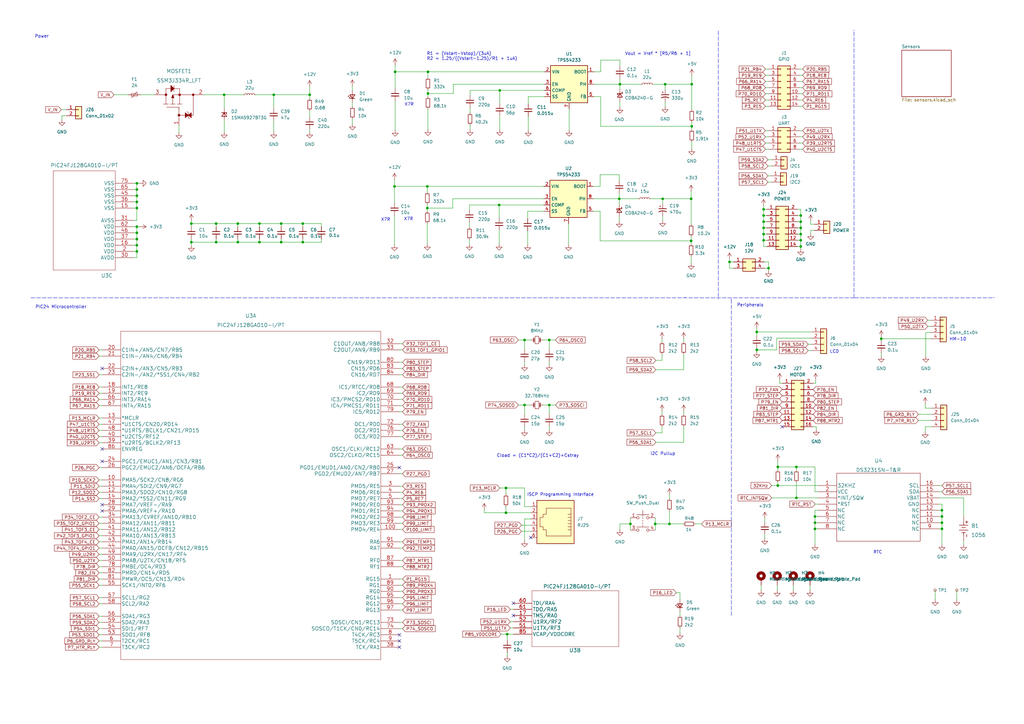
<source format=kicad_sch>
(kicad_sch (version 20211123) (generator eeschema)
  (paper "A3")
  (lib_symbols
    (symbol "+3.3V_1" (power) (pin_names (offset 0))
      (property "Value" "+3.3V_1" (at 0 3.556 0))
      (symbol "+3.3V_1_1_1"
        (pin power_in line (at 0 0 90) (length 0) hide (name "+3V3") (number "1"))
      )
    )
    (symbol "+3.3V_2" (power) (pin_names (offset 0))
      (property "Value" "+3.3V_2" (at 0 3.556 0))
      (symbol "+3.3V_2_1_1"
        (pin power_in line (at 0 0 90) (length 0) hide (name "+3V3") (number "1"))
      )
    )
    (symbol "+3.3V_3" (power) (pin_names (offset 0))
      (property "Value" "+3.3V_3" (at 0 3.556 0))
      (symbol "+3.3V_3_1_1"
        (pin power_in line (at 0 0 90) (length 0) hide (name "+3V3") (number "1"))
      )
    )
    (symbol "2022-01-26_03-45-48:PIC24FJ128GA010-I{slash}PT" (pin_names (offset 0.254))
      (property "Reference" "U" (at 60.96 12.7 0))
      (property "Value" "PIC24FJ128GA010-I{slash}PT" (at 60.96 10.16 0))
      (symbol "PIC24FJ128GA010-I{slash}PT_1_1"
        (pin unspecified line (at 121.92 -93.98 180) (length 7.62) (name "RG15") (number "1"))
        (pin unspecified line (at 0 -53.34 0) (length 7.62) (name "PMA5/SCK2/CN8/RG6") (number "10"))
        (pin unspecified line (at 121.92 -73.66 180) (length 7.62) (name "PMD4/RE4") (number "100"))
        (pin unspecified line (at 0 -55.88 0) (length 7.62) (name "PMA4/SDI2/CN9/RG7") (number "11"))
        (pin unspecified line (at 0 -58.42 0) (length 7.62) (name "PMA3/SDO2/CN10/RG8") (number "12"))
        (pin unspecified line (at 0 -27.94 0) (length 7.62) (name "*MCLR") (number "13"))
        (pin unspecified line (at 0 -60.96 0) (length 7.62) (name "PMA2/*SS2/CN11/RG9") (number "14"))
        (pin unspecified line (at 0 -15.24 0) (length 7.62) (name "INT1/RE8") (number "18"))
        (pin unspecified line (at 0 -17.78 0) (length 7.62) (name "INT2/RE9") (number "19"))
        (pin unspecified line (at 0 0 0) (length 7.62) (name "C1IN+/AN5/CN7/RB5") (number "20"))
        (pin unspecified line (at 0 -2.54 0) (length 7.62) (name "C1IN-/AN4/CN6/RB4") (number "21"))
        (pin unspecified line (at 0 -7.62 0) (length 7.62) (name "C2IN+/AN3/CN5/RB3") (number "22"))
        (pin unspecified line (at 0 -10.16 0) (length 7.62) (name "C2IN-/AN2/*SS1/CN4/RB2") (number "23"))
        (pin unspecified line (at 0 -45.72 0) (length 7.62) (name "PGC1/EMUC1/AN1/CN3/RB1") (number "24"))
        (pin unspecified line (at 121.92 -48.26 180) (length 7.62) (name "PGD1/EMUD1/AN0/CN2/RB0") (number "25"))
        (pin unspecified line (at 0 -48.26 0) (length 7.62) (name "PGC2/EMUC2/AN6/OCFA/RB6") (number "26"))
        (pin unspecified line (at 121.92 -50.8 180) (length 7.62) (name "PGD2/EMUD2/AN7/RB7") (number "27"))
        (pin unspecified line (at 0 -63.5 0) (length 7.62) (name "PMA7/VREF-/RA9") (number "28"))
        (pin unspecified line (at 0 -66.04 0) (length 7.62) (name "PMA6/VREF+/RA10") (number "29"))
        (pin unspecified line (at 121.92 -55.88 180) (length 7.62) (name "PMD5/RE5") (number "3"))
        (pin unspecified line (at 121.92 2.54 180) (length 7.62) (name "C1OUT/AN8/RB8") (number "32"))
        (pin unspecified line (at 121.92 0 180) (length 7.62) (name "C2OUT/AN9/RB9") (number "33"))
        (pin unspecified line (at 0 -68.58 0) (length 7.62) (name "PMA13/CVREF/AN10/RB10") (number "34"))
        (pin unspecified line (at 0 -71.12 0) (length 7.62) (name "PMA12/AN11/RB11") (number "35"))
        (pin unspecified line (at 121.92 -121.92 180) (length 7.62) (name "TCK/RA1") (number "38"))
        (pin unspecified line (at 0 -38.1 0) (length 7.62) (name "*U2RTS/BCLK2/RF13") (number "39"))
        (pin unspecified line (at 121.92 -58.42 180) (length 7.62) (name "PMD6/RE6") (number "4"))
        (pin unspecified line (at 0 -35.56 0) (length 7.62) (name "*U2CTS/RF12") (number "40"))
        (pin unspecified line (at 0 -73.66 0) (length 7.62) (name "PMA11/AN12/RB12") (number "41"))
        (pin unspecified line (at 0 -76.2 0) (length 7.62) (name "PMA10/AN13/RB13") (number "42"))
        (pin unspecified line (at 0 -78.74 0) (length 7.62) (name "PMA1/AN14/RB14") (number "43"))
        (pin unspecified line (at 0 -81.28 0) (length 7.62) (name "PMA0/AN15/OCFB/CN12/RB15") (number "44"))
        (pin unspecified line (at 0 -30.48 0) (length 7.62) (name "*U1CTS/CN20/RD14") (number "47"))
        (pin unspecified line (at 0 -33.02 0) (length 7.62) (name "*U1RTS/BCLK1/CN21/RD15") (number "48"))
        (pin unspecified line (at 0 -83.82 0) (length 7.62) (name "PMA9/U2RX/CN17/RF4") (number "49"))
        (pin unspecified line (at 121.92 -60.96 180) (length 7.62) (name "PMD7/RE7") (number "5"))
        (pin unspecified line (at 0 -86.36 0) (length 7.62) (name "PMA8/U2TX/CN18/RF5") (number "50"))
        (pin unspecified line (at 0 -116.84 0) (length 7.62) (name "SDO1/RF8") (number "53"))
        (pin unspecified line (at 0 -114.3 0) (length 7.62) (name "SDI1/RF7") (number "54"))
        (pin unspecified line (at 0 -96.52 0) (length 7.62) (name "SCK1/INT0/RF6") (number "55"))
        (pin unspecified line (at 0 -109.22 0) (length 7.62) (name "SDA1/RG3") (number "56"))
        (pin unspecified line (at 0 -101.6 0) (length 7.62) (name "SCL1/RG2") (number "57"))
        (pin unspecified line (at 0 -104.14 0) (length 7.62) (name "SCL2/RA2") (number "58"))
        (pin unspecified line (at 0 -111.76 0) (length 7.62) (name "SDA2/RA3") (number "59"))
        (pin unspecified line (at 0 -119.38 0) (length 7.62) (name "T2CK/RC1") (number "6"))
        (pin unspecified line (at 121.92 -40.64 180) (length 7.62) (name "OSC1/CLKI/RC12") (number "63"))
        (pin unspecified line (at 121.92 -43.18 180) (length 7.62) (name "OSC2/CLKO/RC15") (number "64"))
        (pin unspecified line (at 0 -20.32 0) (length 7.62) (name "INT3/RA14") (number "66"))
        (pin unspecified line (at 0 -22.86 0) (length 7.62) (name "INT4/RA15") (number "67"))
        (pin unspecified line (at 121.92 -15.24 180) (length 7.62) (name "IC1/RTCC/RD8") (number "68"))
        (pin unspecified line (at 121.92 -17.78 180) (length 7.62) (name "IC2/RD9") (number "69"))
        (pin unspecified line (at 0 -121.92 0) (length 7.62) (name "T3CK/RC2") (number "7"))
        (pin unspecified line (at 121.92 -20.32 180) (length 7.62) (name "IC3/PMCS2/RD10") (number "70"))
        (pin unspecified line (at 121.92 -22.86 180) (length 7.62) (name "IC4/PMCS1/RD11") (number "71"))
        (pin unspecified line (at 121.92 -30.48 180) (length 7.62) (name "OC1/RD0") (number "72"))
        (pin unspecified line (at 121.92 -111.76 180) (length 7.62) (name "SOSCI/CN1/RC13") (number "73"))
        (pin unspecified line (at 121.92 -114.3 180) (length 7.62) (name "SOSCO/T1CK/CN0/RC14") (number "74"))
        (pin unspecified line (at 121.92 -33.02 180) (length 7.62) (name "OC2/RD1") (number "76"))
        (pin unspecified line (at 121.92 -35.56 180) (length 7.62) (name "OC3/RD2") (number "77"))
        (pin unspecified line (at 0 -88.9 0) (length 7.62) (name "PMBE/OC4/RD3") (number "78"))
        (pin unspecified line (at 121.92 -25.4 180) (length 7.62) (name "IC5/RD12") (number "79"))
        (pin unspecified line (at 121.92 -116.84 180) (length 7.62) (name "T4CK/RC3") (number "8"))
        (pin unspecified line (at 121.92 -5.08 180) (length 7.62) (name "CN19/RD13") (number "80"))
        (pin unspecified line (at 0 -93.98 0) (length 7.62) (name "PMWR/OC5/CN13/RD4") (number "81"))
        (pin unspecified line (at 0 -91.44 0) (length 7.62) (name "PMRD/CN14/RD5") (number "82"))
        (pin unspecified line (at 121.92 -7.62 180) (length 7.62) (name "CN15/RD6") (number "83"))
        (pin unspecified line (at 121.92 -10.16 180) (length 7.62) (name "CN16/RD7") (number "84"))
        (pin unspecified line (at 0 -40.64 0) (length 7.62) (name "ENVREG") (number "86"))
        (pin unspecified line (at 121.92 -86.36 180) (length 7.62) (name "RF0") (number "87"))
        (pin unspecified line (at 121.92 -88.9 180) (length 7.62) (name "RF1") (number "88"))
        (pin unspecified line (at 121.92 -96.52 180) (length 7.62) (name "RG1") (number "89"))
        (pin unspecified line (at 121.92 -119.38 180) (length 7.62) (name "T5CK/RC4") (number "9"))
        (pin unspecified line (at 121.92 -99.06 180) (length 7.62) (name "RG0") (number "90"))
        (pin unspecified line (at 121.92 -78.74 180) (length 7.62) (name "RA6") (number "91"))
        (pin unspecified line (at 121.92 -81.28 180) (length 7.62) (name "RA7") (number "92"))
        (pin unspecified line (at 121.92 -63.5 180) (length 7.62) (name "PMD0/RE0") (number "93"))
        (pin unspecified line (at 121.92 -66.04 180) (length 7.62) (name "PMD1/RE1") (number "94"))
        (pin unspecified line (at 121.92 -101.6 180) (length 7.62) (name "RG14") (number "95"))
        (pin unspecified line (at 121.92 -104.14 180) (length 7.62) (name "RG12") (number "96"))
        (pin unspecified line (at 121.92 -106.68 180) (length 7.62) (name "RG13") (number "97"))
        (pin unspecified line (at 121.92 -68.58 180) (length 7.62) (name "PMD2/RE2") (number "98"))
        (pin unspecified line (at 121.92 -71.12 180) (length 7.62) (name "PMD3/RE3") (number "99"))
      )
      (symbol "PIC24FJ128GA010-I{slash}PT_2_1"
        (pin unspecified line (at 0 -5.08 0) (length 7.62) (name "TMS/RA0") (number "17"))
        (pin unspecified line (at 0 -10.16 0) (length 7.62) (name "U1TX/RF3") (number "51"))
        (pin unspecified line (at 0 -7.62 0) (length 7.62) (name "U1RX/RF2") (number "52"))
        (pin unspecified line (at 0 0 0) (length 7.62) (name "TDI/RA4") (number "60"))
        (pin unspecified line (at 0 -2.54 0) (length 7.62) (name "TDO/RA5") (number "61"))
        (pin unspecified line (at 0 -12.7 0) (length 7.62) (name "VCAP/VDDCORE") (number "85"))
      )
      (symbol "PIC24FJ128GA010-I{slash}PT_3_1"
        (pin unspecified line (at 0 -20.32 0) (length 7.62) (name "VSS") (number "15"))
        (pin unspecified line (at 0 -5.08 0) (length 7.62) (name "VDD") (number "16"))
        (pin unspecified line (at 0 -2.54 0) (length 7.62) (name "VDD") (number "2"))
        (pin unspecified line (at 0 0 0) (length 7.62) (name "AVDD") (number "30"))
        (pin unspecified line (at 0 -15.24 0) (length 7.62) (name "AVSS") (number "31"))
        (pin unspecified line (at 0 -22.86 0) (length 7.62) (name "VSS") (number "36"))
        (pin unspecified line (at 0 -7.62 0) (length 7.62) (name "VDD") (number "37"))
        (pin unspecified line (at 0 -25.4 0) (length 7.62) (name "VSS") (number "45"))
        (pin unspecified line (at 0 -10.16 0) (length 7.62) (name "VDD") (number "46"))
        (pin unspecified line (at 0 -12.7 0) (length 7.62) (name "VDD") (number "62"))
        (pin unspecified line (at 0 -27.94 0) (length 7.62) (name "VSS") (number "65"))
        (pin unspecified line (at 0 -30.48 0) (length 7.62) (name "VSS") (number "75"))
      )
    )
    (symbol "2022-02-04_21-11-39:SSM3J334R_LFT" (pin_names (offset 0) hide)
      (property "Reference" "MOSFET" (at 0 0 0))
      (property "Value" "SSM3J334R_LFT" (at 0 0 0))
      (symbol "SSM3J334R_LFT_1_1"
        (pin unspecified line (at -2.54 -7.62 0) (length 2.54) (name "GATE") (number "1"))
        (pin unspecified line (at 10.16 -17.78 90) (length 2.54) (name "SOURCE") (number "2"))
        (pin unspecified line (at 10.16 2.54 270) (length 2.54) (name "DRAIN") (number "3"))
      )
    )
    (symbol "2022-02-09_04-22-24:1056" (pin_numbers hide) (pin_names (offset 1.651) hide)
      (property "Reference" "B" (at 4.826 3.81 0))
      (property "Value" "1056" (at 3.81 -7.62 0))
      (symbol "1056_1_1"
        (pin unspecified line (at 10.16 0 180) (length 2.54) (name "1") (number "1"))
        (pin unspecified line (at 0 0 0) (length 2.54) (name "2") (number "2"))
      )
    )
    (symbol "Connector:RJ25" (pin_names (offset 1.016))
      (property "Reference" "J" (at -5.08 11.43 0))
      (property "Value" "RJ25" (at 2.54 11.43 0))
      (symbol "RJ25_1_1"
        (pin passive line (at 10.16 -5.08 180) (length 2.54) (name "~") (number "1"))
        (pin passive line (at 10.16 -2.54 180) (length 2.54) (name "~") (number "2"))
        (pin passive line (at 10.16 0 180) (length 2.54) (name "~") (number "3"))
        (pin passive line (at 10.16 2.54 180) (length 2.54) (name "~") (number "4"))
        (pin passive line (at 10.16 5.08 180) (length 2.54) (name "~") (number "5"))
        (pin passive line (at 10.16 7.62 180) (length 2.54) (name "~") (number "6"))
      )
    )
    (symbol "Connector:TestPoint_Small" (pin_numbers hide) (pin_names (offset 0.762) hide)
      (property "Reference" "TP" (at 0 3.81 0))
      (property "Value" "TestPoint_Small" (at 0 2.032 0))
      (symbol "TestPoint_Small_1_1"
        (pin passive line (at 0 0 90) (length 0) (name "1") (number "1"))
      )
    )
    (symbol "Connector_Generic:Conn_01x02" (pin_names (offset 1.016) hide)
      (property "Reference" "J" (at 0 2.54 0))
      (property "Value" "Conn_01x02" (at 0 -5.08 0))
      (symbol "Conn_01x02_1_1"
        (pin passive line (at -5.08 0 0) (length 3.81) (name "Pin_1") (number "1"))
        (pin passive line (at -5.08 -2.54 0) (length 3.81) (name "Pin_2") (number "2"))
      )
    )
    (symbol "Connector_Generic:Conn_01x04" (pin_names (offset 1.016) hide)
      (property "Reference" "J" (at 0 5.08 0))
      (property "Value" "Conn_01x04" (at 0 -7.62 0))
      (symbol "Conn_01x04_1_1"
        (pin passive line (at -5.08 2.54 0) (length 3.81) (name "Pin_1") (number "1"))
        (pin passive line (at -5.08 0 0) (length 3.81) (name "Pin_2") (number "2"))
        (pin passive line (at -5.08 -2.54 0) (length 3.81) (name "Pin_3") (number "3"))
        (pin passive line (at -5.08 -5.08 0) (length 3.81) (name "Pin_4") (number "4"))
      )
    )
    (symbol "Connector_Generic:Conn_02x02_Odd_Even" (pin_names (offset 1.016) hide)
      (property "Reference" "J" (at 1.27 2.54 0))
      (property "Value" "Conn_02x02_Odd_Even" (at 1.27 -5.08 0))
      (symbol "Conn_02x02_Odd_Even_1_1"
        (pin passive line (at -5.08 0 0) (length 3.81) (name "Pin_1") (number "1"))
        (pin passive line (at 7.62 0 180) (length 3.81) (name "Pin_2") (number "2"))
        (pin passive line (at -5.08 -2.54 0) (length 3.81) (name "Pin_3") (number "3"))
        (pin passive line (at 7.62 -2.54 180) (length 3.81) (name "Pin_4") (number "4"))
      )
    )
    (symbol "Connector_Generic:Conn_02x04_Odd_Even" (pin_names (offset 1.016) hide)
      (property "Reference" "J" (at 1.27 5.08 0))
      (property "Value" "Conn_02x04_Odd_Even" (at 1.27 -7.62 0))
      (symbol "Conn_02x04_Odd_Even_1_1"
        (pin passive line (at -5.08 2.54 0) (length 3.81) (name "Pin_1") (number "1"))
        (pin passive line (at 7.62 2.54 180) (length 3.81) (name "Pin_2") (number "2"))
        (pin passive line (at -5.08 0 0) (length 3.81) (name "Pin_3") (number "3"))
        (pin passive line (at 7.62 0 180) (length 3.81) (name "Pin_4") (number "4"))
        (pin passive line (at -5.08 -2.54 0) (length 3.81) (name "Pin_5") (number "5"))
        (pin passive line (at 7.62 -2.54 180) (length 3.81) (name "Pin_6") (number "6"))
        (pin passive line (at -5.08 -5.08 0) (length 3.81) (name "Pin_7") (number "7"))
        (pin passive line (at 7.62 -5.08 180) (length 3.81) (name "Pin_8") (number "8"))
      )
    )
    (symbol "Connector_Generic:Conn_02x07_Odd_Even" (pin_names (offset 1.016) hide)
      (property "Reference" "J" (at 1.27 10.16 0))
      (property "Value" "Conn_02x07_Odd_Even" (at 1.27 -10.16 0))
      (symbol "Conn_02x07_Odd_Even_1_1"
        (pin passive line (at -5.08 7.62 0) (length 3.81) (name "Pin_1") (number "1"))
        (pin passive line (at 7.62 -2.54 180) (length 3.81) (name "Pin_10") (number "10"))
        (pin passive line (at -5.08 -5.08 0) (length 3.81) (name "Pin_11") (number "11"))
        (pin passive line (at 7.62 -5.08 180) (length 3.81) (name "Pin_12") (number "12"))
        (pin passive line (at -5.08 -7.62 0) (length 3.81) (name "Pin_13") (number "13"))
        (pin passive line (at 7.62 -7.62 180) (length 3.81) (name "Pin_14") (number "14"))
        (pin passive line (at 7.62 7.62 180) (length 3.81) (name "Pin_2") (number "2"))
        (pin passive line (at -5.08 5.08 0) (length 3.81) (name "Pin_3") (number "3"))
        (pin passive line (at 7.62 5.08 180) (length 3.81) (name "Pin_4") (number "4"))
        (pin passive line (at -5.08 2.54 0) (length 3.81) (name "Pin_5") (number "5"))
        (pin passive line (at 7.62 2.54 180) (length 3.81) (name "Pin_6") (number "6"))
        (pin passive line (at -5.08 0 0) (length 3.81) (name "Pin_7") (number "7"))
        (pin passive line (at 7.62 0 180) (length 3.81) (name "Pin_8") (number "8"))
        (pin passive line (at -5.08 -2.54 0) (length 3.81) (name "Pin_9") (number "9"))
      )
    )
    (symbol "Connector_Generic:Conn_02x08_Odd_Even" (pin_names (offset 1.016) hide)
      (property "Reference" "J" (at 1.27 10.16 0))
      (property "Value" "Conn_02x08_Odd_Even" (at 1.27 -12.7 0))
      (symbol "Conn_02x08_Odd_Even_1_1"
        (pin passive line (at -5.08 7.62 0) (length 3.81) (name "Pin_1") (number "1"))
        (pin passive line (at 7.62 -2.54 180) (length 3.81) (name "Pin_10") (number "10"))
        (pin passive line (at -5.08 -5.08 0) (length 3.81) (name "Pin_11") (number "11"))
        (pin passive line (at 7.62 -5.08 180) (length 3.81) (name "Pin_12") (number "12"))
        (pin passive line (at -5.08 -7.62 0) (length 3.81) (name "Pin_13") (number "13"))
        (pin passive line (at 7.62 -7.62 180) (length 3.81) (name "Pin_14") (number "14"))
        (pin passive line (at -5.08 -10.16 0) (length 3.81) (name "Pin_15") (number "15"))
        (pin passive line (at 7.62 -10.16 180) (length 3.81) (name "Pin_16") (number "16"))
        (pin passive line (at 7.62 7.62 180) (length 3.81) (name "Pin_2") (number "2"))
        (pin passive line (at -5.08 5.08 0) (length 3.81) (name "Pin_3") (number "3"))
        (pin passive line (at 7.62 5.08 180) (length 3.81) (name "Pin_4") (number "4"))
        (pin passive line (at -5.08 2.54 0) (length 3.81) (name "Pin_5") (number "5"))
        (pin passive line (at 7.62 2.54 180) (length 3.81) (name "Pin_6") (number "6"))
        (pin passive line (at -5.08 0 0) (length 3.81) (name "Pin_7") (number "7"))
        (pin passive line (at 7.62 0 180) (length 3.81) (name "Pin_8") (number "8"))
        (pin passive line (at -5.08 -2.54 0) (length 3.81) (name "Pin_9") (number "9"))
      )
    )
    (symbol "DS3231SN-T&R_1" (pin_names (offset 0.254))
      (property "Reference" "U" (at 24.13 10.16 0))
      (property "Value" "DS3231SN-T&R_1" (at 24.13 7.62 0))
      (symbol "DS3231SN-T&R_1_1_1"
        (pin unspecified line (at 0 0 0) (length 7.62) (name "32KHZ") (number "1"))
        (pin unspecified line (at 49.53 -15.24 180) (length 7.62) (name "NC") (number "10"))
        (pin unspecified line (at 49.53 -12.7 180) (length 7.62) (name "NC") (number "11"))
        (pin unspecified line (at 49.53 -10.16 180) (length 7.62) (name "NC") (number "12"))
        (pin power_in line (at 49.53 -7.62 180) (length 7.62) (name "GND") (number "13"))
        (pin power_in line (at 49.53 -5.08 180) (length 7.62) (name "VBAT") (number "14"))
        (pin unspecified line (at 49.53 -2.54 180) (length 7.62) (name "SDA") (number "15"))
        (pin unspecified line (at 49.53 0 180) (length 7.62) (name "SCL") (number "16"))
        (pin power_in line (at 0 -2.54 0) (length 7.62) (name "VCC") (number "2"))
        (pin unspecified line (at 0 -5.08 0) (length 7.62) (name "*INT/SQW") (number "3"))
        (pin unspecified line (at 0 -7.62 0) (length 7.62) (name "*RST") (number "4"))
        (pin unspecified line (at 0 -10.16 0) (length 7.62) (name "NC") (number "5"))
        (pin unspecified line (at 0 -12.7 0) (length 7.62) (name "NC") (number "6"))
        (pin unspecified line (at 0 -15.24 0) (length 7.62) (name "NC") (number "7"))
        (pin unspecified line (at 0 -17.78 0) (length 7.62) (name "NC") (number "8"))
        (pin unspecified line (at 49.53 -17.78 180) (length 7.62) (name "NC") (number "9"))
      )
    )
    (symbol "Device:C_Polarized_Small_US" (pin_numbers hide) (pin_names (offset 0.254) hide)
      (property "Reference" "C" (at 0.254 1.778 0))
      (property "Value" "C_Polarized_Small_US" (at 0.254 -2.032 0))
      (symbol "C_Polarized_Small_US_1_1"
        (pin passive line (at 0 2.54 270) (length 2.032) (name "~") (number "1"))
        (pin passive line (at 0 -2.54 90) (length 2.032) (name "~") (number "2"))
      )
    )
    (symbol "Device:C_Small" (pin_numbers hide) (pin_names (offset 0.254) hide)
      (property "Reference" "C" (at 0.254 1.778 0))
      (property "Value" "C_Small" (at 0.254 -2.032 0))
      (symbol "C_Small_1_1"
        (pin passive line (at 0 2.54 270) (length 2.032) (name "~") (number "1"))
        (pin passive line (at 0 -2.54 90) (length 2.032) (name "~") (number "2"))
      )
    )
    (symbol "Device:Crystal_Small" (pin_numbers hide) (pin_names (offset 1.016) hide)
      (property "Reference" "Y" (at 0 2.54 0))
      (property "Value" "Crystal_Small" (at 0 -2.54 0))
      (symbol "Crystal_Small_1_1"
        (pin passive line (at -2.54 0 0) (length 1.27) (name "1") (number "1"))
        (pin passive line (at 2.54 0 180) (length 1.27) (name "2") (number "2"))
      )
    )
    (symbol "Device:D_Schottky_Small" (pin_numbers hide) (pin_names (offset 0.254) hide)
      (property "Reference" "D" (at -1.27 2.032 0))
      (property "Value" "D_Schottky_Small" (at -7.112 -2.032 0))
      (symbol "D_Schottky_Small_1_1"
        (pin passive line (at -2.54 0 0) (length 1.778) (name "K") (number "1"))
        (pin passive line (at 2.54 0 180) (length 1.778) (name "A") (number "2"))
      )
    )
    (symbol "Device:D_Zener_Small" (pin_numbers hide) (pin_names (offset 0.254) hide)
      (property "Reference" "D" (at 0 2.286 0))
      (property "Value" "D_Zener_Small" (at 0 -2.286 0))
      (symbol "D_Zener_Small_1_1"
        (pin passive line (at -2.54 0 0) (length 1.778) (name "K") (number "1"))
        (pin passive line (at 2.54 0 180) (length 1.778) (name "A") (number "2"))
      )
    )
    (symbol "Device:LED_Small" (pin_numbers hide) (pin_names (offset 0.254) hide)
      (property "Reference" "D" (at -1.27 3.175 0))
      (property "Value" "LED_Small" (at -4.445 -2.54 0))
      (symbol "LED_Small_1_1"
        (pin passive line (at -2.54 0 0) (length 1.778) (name "K") (number "1"))
        (pin passive line (at 2.54 0 180) (length 1.778) (name "A") (number "2"))
      )
    )
    (symbol "Device:L_Small" (pin_numbers hide) (pin_names (offset 0.254) hide)
      (property "Reference" "L" (at 0.762 1.016 0))
      (property "Value" "L_Small" (at 0.762 -1.016 0))
      (symbol "L_Small_1_1"
        (pin passive line (at 0 2.54 270) (length 0.508) (name "~") (number "1"))
        (pin passive line (at 0 -2.54 90) (length 0.508) (name "~") (number "2"))
      )
    )
    (symbol "Device:Polyfuse_Small" (pin_numbers hide) (pin_names (offset 0))
      (property "Reference" "F" (at -1.905 0 90))
      (property "Value" "Polyfuse_Small" (at 1.905 0 90))
      (symbol "Polyfuse_Small_1_1"
        (pin passive line (at 0 2.54 270) (length 0.635) (name "~") (number "1"))
        (pin passive line (at 0 -2.54 90) (length 0.635) (name "~") (number "2"))
      )
    )
    (symbol "Device:R_Small" (pin_numbers hide) (pin_names (offset 0.254) hide)
      (property "Reference" "R" (at 0.762 0.508 0))
      (property "Value" "R_Small" (at 0.762 -1.016 0))
      (symbol "R_Small_1_1"
        (pin passive line (at 0 2.54 270) (length 0.762) (name "~") (number "1"))
        (pin passive line (at 0 -2.54 90) (length 0.762) (name "~") (number "2"))
      )
    )
    (symbol "GND_1" (power) (pin_names (offset 0))
      (property "Value" "GND_1" (at 0 -3.81 0))
      (symbol "GND_1_1_1"
        (pin power_in line (at 0 0 270) (length 0) hide (name "GND") (number "1"))
      )
    )
    (symbol "GND_2" (power) (pin_names (offset 0))
      (property "Value" "GND_2" (at 0 -3.81 0))
      (symbol "GND_2_1_1"
        (pin power_in line (at 0 0 270) (length 0) hide (name "GND") (number "1"))
      )
    )
    (symbol "GND_3" (power) (pin_names (offset 0))
      (property "Value" "GND_3" (at 0 -3.81 0))
      (symbol "GND_3_1_1"
        (pin power_in line (at 0 0 270) (length 0) hide (name "GND") (number "1"))
      )
    )
    (symbol "Mechanical:MountingHole_Pad" (pin_numbers hide) (pin_names (offset 1.016) hide)
      (property "Reference" "H" (at 0 6.35 0))
      (property "Value" "MountingHole_Pad" (at 0 4.445 0))
      (symbol "MountingHole_Pad_1_1"
        (pin input line (at 0 -2.54 90) (length 2.54) (name "1") (number "1"))
      )
    )
    (symbol "Regulator_Switching:TPS54233"
      (property "Reference" "U" (at 0 11.43 0))
      (property "Value" "TPS54233" (at 0 8.89 0))
      (symbol "TPS54233_1_1"
        (pin input line (at 10.16 5.08 180) (length 2.54) (name "BOOT") (number "1"))
        (pin power_in line (at -10.16 5.08 0) (length 2.54) (name "VIN") (number "2"))
        (pin input line (at -10.16 0 0) (length 2.54) (name "EN") (number "3"))
        (pin input line (at -10.16 -5.08 0) (length 2.54) (name "SS") (number "4"))
        (pin input line (at 10.16 -5.08 180) (length 2.54) (name "FB") (number "5"))
        (pin passive line (at -10.16 -2.54 0) (length 2.54) (name "COMP") (number "6"))
        (pin power_in line (at 0 -10.16 90) (length 2.54) (name "GND") (number "7"))
        (pin output line (at 10.16 0 180) (length 2.54) (name "PH") (number "8"))
      )
    )
    (symbol "Switch:SW_Push_Dual" (pin_names (offset 1.016) hide)
      (property "Reference" "SW" (at 1.27 2.54 0))
      (property "Value" "SW_Push_Dual" (at 0 -6.858 0))
      (symbol "SW_Push_Dual_0_1"
        (pin passive line (at -5.08 0 0) (length 2.54) (name "1") (number "1"))
        (pin passive line (at 5.08 0 180) (length 2.54) (name "2") (number "2"))
        (pin passive line (at -5.08 -5.08 0) (length 2.54) (name "3") (number "3"))
        (pin passive line (at 5.08 -5.08 180) (length 2.54) (name "4") (number "4"))
      )
    )
    (symbol "power:+12V" (power) (pin_names (offset 0))
      (property "Value" "+12V" (at 0 3.556 0))
      (symbol "+12V_1_1"
        (pin power_in line (at 0 0 90) (length 0) hide (name "+12V") (number "1"))
      )
    )
    (symbol "power:+3.3V" (power) (pin_names (offset 0))
      (property "Value" "+3.3V" (at 0 3.556 0))
      (symbol "+3.3V_1_1"
        (pin power_in line (at 0 0 90) (length 0) hide (name "+3V3") (number "1"))
      )
    )
    (symbol "power:+5V" (power) (pin_names (offset 0))
      (property "Value" "+5V" (at 0 3.556 0))
      (symbol "+5V_1_1"
        (pin power_in line (at 0 0 90) (length 0) hide (name "+5V") (number "1"))
      )
    )
    (symbol "power:GND" (power) (pin_names (offset 0))
      (property "Value" "GND" (at 0 -3.81 0))
      (symbol "GND_1_1"
        (pin power_in line (at 0 0 270) (length 0) hide (name "GND") (number "1"))
      )
    )
  )
  (junction (at 313.182 90.932))
  (junction (at 56.134 77.724))
  (junction (at 313.182 93.472))
  (junction (at 283.718 34.544))
  (junction (at 124.206 91.694))
  (junction (at 272.796 34.544))
  (junction (at 56.134 82.804))
  (junction (at 175.26 85.344))
  (junction (at 310.388 136.144))
  (junction (at 310.388 143.51))
  (junction (at 56.134 75.184))
  (junction (at 319.024 199.136))
  (junction (at 162.052 29.464))
  (junction (at 88.646 99.314))
  (junction (at 127 38.862))
  (junction (at 204.978 37.084))
  (junction (at 56.134 95.504))
  (junction (at 207.518 200.152))
  (junction (at 334.264 214.376))
  (junction (at 328.422 88.392))
  (junction (at 124.206 99.314))
  (junction (at 328.422 90.932))
  (junction (at 271.78 81.534))
  (junction (at 283.464 98.806))
  (junction (at 225.298 139.446))
  (junction (at 313.182 85.852))
  (junction (at 78.486 91.694))
  (junction (at 88.646 91.694))
  (junction (at 215.138 139.446))
  (junction (at 112.268 38.862))
  (junction (at 56.134 98.044))
  (junction (at 328.422 93.472))
  (junction (at 386.334 216.916))
  (junction (at 56.134 103.124))
  (junction (at 56.134 85.344))
  (junction (at 274.574 214.884))
  (junction (at 115.316 99.314))
  (junction (at 386.334 211.836))
  (junction (at 175.26 76.454))
  (junction (at 334.264 211.836))
  (junction (at 361.442 138.938))
  (junction (at 175.514 29.464))
  (junction (at 254.254 34.544))
  (junction (at 56.134 92.964))
  (junction (at 106.426 99.314))
  (junction (at 207.518 210.312))
  (junction (at 313.182 96.012))
  (junction (at 313.182 88.392))
  (junction (at 175.514 38.354))
  (junction (at 328.422 96.012))
  (junction (at 313.182 98.552))
  (junction (at 326.644 191.516))
  (junction (at 328.422 101.092))
  (junction (at 283.718 51.816))
  (junction (at 97.536 91.694))
  (junction (at 106.426 91.694))
  (junction (at 319.024 191.516))
  (junction (at 97.536 99.314))
  (junction (at 254 81.534))
  (junction (at 268.732 214.884))
  (junction (at 334.264 216.916))
  (junction (at 315.214 109.982))
  (junction (at 386.334 214.376))
  (junction (at 225.298 166.116))
  (junction (at 91.948 38.862))
  (junction (at 208.026 260.096))
  (junction (at 115.316 91.694))
  (junction (at 215.138 166.116))
  (junction (at 56.134 100.584))
  (junction (at 326.644 204.216))
  (junction (at 204.724 84.074))
  (junction (at 386.334 209.296))
  (junction (at 78.486 99.314))
  (junction (at 161.798 76.454))
  (junction (at 328.422 98.552))
  (junction (at 283.464 81.534))
  (junction (at 299.212 107.442))
  (junction (at 56.134 80.264))
  (junction (at 258.572 214.884))
  (no_connect (at 41.91 151.13))
  (no_connect (at 163.83 191.77))
  (no_connect (at 41.91 209.55))
  (no_connect (at 163.83 262.89))
  (no_connect (at 217.678 220.472))
  (no_connect (at 163.83 265.43))
  (no_connect (at 41.91 189.23))
  (no_connect (at 320.802 175.006))
  (no_connect (at 210.566 252.476))
  (no_connect (at 163.83 260.35))
  (no_connect (at 210.566 247.396))
  (no_connect (at 41.91 184.15))
  (no_connect (at 41.91 207.01))
  (wire (pts (xy 40.64 255.27) (xy 41.91 255.27)))
  (polyline (pts (xy 280.924 121.92) (xy 281.178 121.92)))
  (wire (pts (xy 376.682 169.926) (xy 382.016 169.926)))
  (wire (pts (xy 319.024 191.516) (xy 326.644 191.516)))
  (wire (pts (xy 57.658 38.862) (xy 63.246 38.862)))
  (wire (pts (xy 271.526 145.288) (xy 271.526 147.828)))
  (wire (pts (xy 318.516 138.684) (xy 318.516 143.51)))
  (wire (pts (xy 313.182 93.472) (xy 314.452 93.472)))
  (wire (pts (xy 223.266 39.624) (xy 216.662 39.624)))
  (wire (pts (xy 217.678 212.852) (xy 215.138 212.852)))
  (wire (pts (xy 40.64 143.51) (xy 41.91 143.51)))
  (wire (pts (xy 204.978 37.084) (xy 223.266 37.084)))
  (wire (pts (xy 331.47 143.764) (xy 332.74 143.764)))
  (wire (pts (xy 175.514 38.354) (xy 175.514 39.624)))
  (wire (pts (xy 27.178 47.498) (xy 25.4 47.498)))
  (wire (pts (xy 185.674 81.534) (xy 185.674 85.344)))
  (wire (pts (xy 175.26 83.82) (xy 175.26 85.344)))
  (wire (pts (xy 40.64 262.89) (xy 41.91 262.89)))
  (wire (pts (xy 78.486 99.314) (xy 78.486 98.044)))
  (wire (pts (xy 315.214 109.982) (xy 315.214 110.998)))
  (wire (pts (xy 326.644 197.866) (xy 326.644 204.216)))
  (wire (pts (xy 40.64 173.99) (xy 41.91 173.99)))
  (wire (pts (xy 144.526 42.164) (xy 144.526 43.688)))
  (wire (pts (xy 127 40.386) (xy 127 38.862)))
  (polyline (pts (xy 350.52 122.174) (xy 407.67 122.174)))
  (wire (pts (xy 54.864 85.344) (xy 56.134 85.344)))
  (wire (pts (xy 222.758 166.116) (xy 225.298 166.116)))
  (wire (pts (xy 163.83 257.81) (xy 165.1 257.81)))
  (wire (pts (xy 73.406 51.562) (xy 73.406 54.356)))
  (wire (pts (xy 40.64 232.41) (xy 41.91 232.41)))
  (wire (pts (xy 163.83 163.83) (xy 165.1 163.83)))
  (wire (pts (xy 163.83 186.69) (xy 165.1 186.69)))
  (wire (pts (xy 215.138 200.152) (xy 207.518 200.152)))
  (wire (pts (xy 56.134 82.804) (xy 56.134 80.264)))
  (wire (pts (xy 334.264 216.916) (xy 335.534 216.916)))
  (wire (pts (xy 310.388 142.748) (xy 310.388 143.51)))
  (wire (pts (xy 175.26 91.694) (xy 175.26 100.076)))
  (wire (pts (xy 233.172 91.694) (xy 233.172 100.33)))
  (wire (pts (xy 115.316 99.314) (xy 106.426 99.314)))
  (wire (pts (xy 313.182 90.932) (xy 314.452 90.932)))
  (wire (pts (xy 382.016 175.006) (xy 379.476 175.006)))
  (wire (pts (xy 215.138 148.336) (xy 215.138 149.606)))
  (wire (pts (xy 88.646 98.044) (xy 88.646 99.314)))
  (wire (pts (xy 327.914 28.321) (xy 329.184 28.321)))
  (wire (pts (xy 313.944 33.401) (xy 315.214 33.401)))
  (wire (pts (xy 376.682 172.466) (xy 382.016 172.466)))
  (wire (pts (xy 40.64 240.03) (xy 41.91 240.03)))
  (polyline (pts (xy 12.7 122.174) (xy 350.266 122.174)))
  (wire (pts (xy 385.064 209.296) (xy 386.334 209.296)))
  (wire (pts (xy 215.138 166.116) (xy 215.138 169.926)))
  (wire (pts (xy 334.264 209.296) (xy 334.264 211.836)))
  (wire (pts (xy 163.83 237.49) (xy 165.1 237.49)))
  (wire (pts (xy 380.492 131.318) (xy 381.762 131.318)))
  (wire (pts (xy 40.64 176.53) (xy 41.91 176.53)))
  (wire (pts (xy 56.134 75.184) (xy 57.404 75.184)))
  (wire (pts (xy 40.64 191.77) (xy 41.91 191.77)))
  (wire (pts (xy 56.134 105.664) (xy 56.134 103.124)))
  (wire (pts (xy 163.83 194.31) (xy 165.1 194.31)))
  (wire (pts (xy 56.134 85.344) (xy 56.134 82.804)))
  (wire (pts (xy 163.83 207.01) (xy 165.1 207.01)))
  (wire (pts (xy 246.126 71.628) (xy 246.126 76.454)))
  (wire (pts (xy 127 38.862) (xy 127 35.56)))
  (wire (pts (xy 243.586 29.464) (xy 246.38 29.464)))
  (polyline (pts (xy 299.72 122.682) (xy 299.974 122.682)))
  (wire (pts (xy 83.566 38.862) (xy 91.948 38.862)))
  (wire (pts (xy 246.126 86.614) (xy 246.126 98.806)))
  (wire (pts (xy 209.296 257.556) (xy 210.566 257.556)))
  (wire (pts (xy 192.532 98.298) (xy 192.532 100.076)))
  (wire (pts (xy 313.182 98.552) (xy 313.182 101.092)))
  (wire (pts (xy 163.83 255.27) (xy 165.1 255.27)))
  (wire (pts (xy 271.526 177.546) (xy 268.986 177.546)))
  (wire (pts (xy 204.724 84.074) (xy 223.012 84.074)))
  (wire (pts (xy 327.914 56.134) (xy 329.184 56.134)))
  (wire (pts (xy 327.914 58.674) (xy 329.184 58.674)))
  (wire (pts (xy 88.646 91.694) (xy 97.536 91.694)))
  (wire (pts (xy 97.536 91.694) (xy 106.426 91.694)))
  (wire (pts (xy 243.332 81.534) (xy 254 81.534)))
  (wire (pts (xy 54.864 98.044) (xy 56.134 98.044)))
  (wire (pts (xy 54.864 100.584) (xy 56.134 100.584)))
  (wire (pts (xy 213.868 215.392) (xy 217.678 215.392)))
  (wire (pts (xy 40.64 257.81) (xy 41.91 257.81)))
  (wire (pts (xy 225.298 139.446) (xy 225.298 143.256)))
  (wire (pts (xy 310.388 143.51) (xy 318.516 143.51)))
  (wire (pts (xy 313.944 38.481) (xy 315.214 38.481)))
  (wire (pts (xy 314.96 65.532) (xy 316.484 65.532)))
  (wire (pts (xy 313.69 219.202) (xy 313.69 220.726)))
  (wire (pts (xy 25.146 44.958) (xy 27.178 44.958)))
  (wire (pts (xy 299.212 106.299) (xy 299.212 107.442)))
  (wire (pts (xy 325.374 240.03) (xy 325.374 242.062)))
  (wire (pts (xy 395.224 204.216) (xy 395.224 211.836)))
  (wire (pts (xy 385.064 206.756) (xy 386.334 206.756)))
  (wire (pts (xy 40.64 166.37) (xy 41.91 166.37)))
  (wire (pts (xy 313.182 88.392) (xy 313.182 90.932)))
  (wire (pts (xy 283.718 58.166) (xy 283.718 60.96)))
  (wire (pts (xy 163.83 179.07) (xy 165.1 179.07)))
  (wire (pts (xy 313.944 41.021) (xy 315.214 41.021)))
  (wire (pts (xy 246.126 71.628) (xy 254 71.628)))
  (wire (pts (xy 319.024 191.516) (xy 319.024 192.786)))
  (wire (pts (xy 271.526 138.938) (xy 271.526 140.208)))
  (wire (pts (xy 313.944 56.134) (xy 315.214 56.134)))
  (wire (pts (xy 25.4 47.498) (xy 25.4 49.022)))
  (wire (pts (xy 205.486 260.096) (xy 208.026 260.096)))
  (wire (pts (xy 326.644 191.516) (xy 326.644 192.786)))
  (wire (pts (xy 316.484 204.216) (xy 326.644 204.216)))
  (wire (pts (xy 161.798 88.392) (xy 161.798 100.33)))
  (wire (pts (xy 268.732 214.884) (xy 274.574 214.884)))
  (wire (pts (xy 56.134 98.044) (xy 56.134 95.504)))
  (wire (pts (xy 216.662 39.624) (xy 216.662 42.672)))
  (wire (pts (xy 106.426 91.694) (xy 115.316 91.694)))
  (wire (pts (xy 334.264 214.376) (xy 334.264 216.916)))
  (wire (pts (xy 333.502 175.006) (xy 334.772 175.006)))
  (wire (pts (xy 313.563 107.442) (xy 315.214 107.442)))
  (wire (pts (xy 331.47 141.224) (xy 332.74 141.224)))
  (wire (pts (xy 209.296 255.016) (xy 210.566 255.016)))
  (wire (pts (xy 225.298 166.116) (xy 227.838 166.116)))
  (wire (pts (xy 320.802 157.226) (xy 319.786 157.226)))
  (wire (pts (xy 327.914 35.941) (xy 329.184 35.941)))
  (wire (pts (xy 209.296 249.936) (xy 210.566 249.936)))
  (wire (pts (xy 267.97 34.544) (xy 272.796 34.544)))
  (wire (pts (xy 328.422 85.852) (xy 327.152 85.852)))
  (wire (pts (xy 163.83 247.65) (xy 165.1 247.65)))
  (wire (pts (xy 78.486 90.424) (xy 78.486 91.694)))
  (wire (pts (xy 56.134 103.124) (xy 56.134 100.584)))
  (wire (pts (xy 54.864 80.264) (xy 56.134 80.264)))
  (wire (pts (xy 272.796 41.91) (xy 272.796 43.688)))
  (wire (pts (xy 106.426 98.044) (xy 106.426 99.314)))
  (wire (pts (xy 300.863 107.442) (xy 299.212 107.442)))
  (wire (pts (xy 386.334 206.756) (xy 386.334 209.296)))
  (wire (pts (xy 233.426 44.704) (xy 233.426 53.34)))
  (wire (pts (xy 280.416 151.638) (xy 280.416 145.288)))
  (wire (pts (xy 313.182 85.852) (xy 313.182 88.392)))
  (wire (pts (xy 271.78 81.534) (xy 283.464 81.534)))
  (wire (pts (xy 225.298 166.116) (xy 225.298 169.926)))
  (wire (pts (xy 54.864 82.804) (xy 56.134 82.804)))
  (wire (pts (xy 254.254 214.884) (xy 258.572 214.884)))
  (wire (pts (xy 383.54 242.062) (xy 383.54 245.872)))
  (wire (pts (xy 56.134 92.964) (xy 54.864 92.964)))
  (wire (pts (xy 161.798 76.454) (xy 175.26 76.454)))
  (wire (pts (xy 332.486 91.948) (xy 332.486 90.678)))
  (wire (pts (xy 40.64 179.07) (xy 41.91 179.07)))
  (wire (pts (xy 204.724 84.074) (xy 204.724 89.408)))
  (wire (pts (xy 161.798 76.454) (xy 161.798 73.66)))
  (wire (pts (xy 315.214 107.442) (xy 315.214 109.982)))
  (wire (pts (xy 385.064 199.136) (xy 386.334 199.136)))
  (wire (pts (xy 175.514 29.464) (xy 175.514 31.75)))
  (wire (pts (xy 254.254 41.656) (xy 254.254 43.942)))
  (wire (pts (xy 162.052 29.464) (xy 175.514 29.464)))
  (wire (pts (xy 283.464 81.534) (xy 283.464 91.948)))
  (wire (pts (xy 313.944 30.861) (xy 315.214 30.861)))
  (wire (pts (xy 40.64 260.35) (xy 41.91 260.35)))
  (wire (pts (xy 40.64 212.09) (xy 41.91 212.09)))
  (wire (pts (xy 283.718 50.038) (xy 283.718 51.816)))
  (wire (pts (xy 40.64 265.43) (xy 41.91 265.43)))
  (wire (pts (xy 97.536 91.694) (xy 97.536 92.964)))
  (wire (pts (xy 334.01 91.948) (xy 332.486 91.948)))
  (wire (pts (xy 162.052 41.402) (xy 162.052 53.34)))
  (wire (pts (xy 310.388 134.62) (xy 310.388 136.144)))
  (wire (pts (xy 78.486 91.694) (xy 78.486 92.964)))
  (wire (pts (xy 246.38 24.638) (xy 246.38 29.464)))
  (wire (pts (xy 163.83 176.53) (xy 165.1 176.53)))
  (polyline (pts (xy 299.974 252.476) (xy 299.974 122.682)))
  (wire (pts (xy 163.83 158.75) (xy 165.1 158.75)))
  (wire (pts (xy 385.064 201.676) (xy 386.334 201.676)))
  (wire (pts (xy 271.526 168.656) (xy 271.526 169.926)))
  (wire (pts (xy 212.598 166.116) (xy 215.138 166.116)))
  (wire (pts (xy 175.26 76.454) (xy 175.26 78.74)))
  (wire (pts (xy 274.574 214.884) (xy 280.162 214.884)))
  (wire (pts (xy 278.892 243.078) (xy 278.892 245.872)))
  (wire (pts (xy 204.724 100.076) (xy 204.724 94.488)))
  (wire (pts (xy 163.83 214.63) (xy 165.1 214.63)))
  (wire (pts (xy 175.514 44.704) (xy 175.514 53.086)))
  (wire (pts (xy 392.43 242.062) (xy 392.43 245.872)))
  (wire (pts (xy 379.73 136.398) (xy 379.73 146.05)))
  (wire (pts (xy 54.864 105.664) (xy 56.134 105.664)))
  (wire (pts (xy 380.492 133.858) (xy 381.762 133.858)))
  (wire (pts (xy 40.64 146.05) (xy 41.91 146.05)))
  (wire (pts (xy 91.948 49.53) (xy 91.948 54.102)))
  (wire (pts (xy 198.628 210.312) (xy 207.518 210.312)))
  (wire (pts (xy 361.442 144.78) (xy 361.442 146.05)))
  (wire (pts (xy 313.182 88.392) (xy 314.452 88.392)))
  (wire (pts (xy 271.526 147.828) (xy 268.986 147.828)))
  (wire (pts (xy 254.254 32.258) (xy 254.254 34.544)))
  (wire (pts (xy 254 81.534) (xy 254 83.82)))
  (wire (pts (xy 254 79.248) (xy 254 81.534)))
  (wire (pts (xy 313.69 212.598) (xy 313.69 214.122)))
  (wire (pts (xy 163.83 245.11) (xy 165.1 245.11)))
  (wire (pts (xy 334.264 214.376) (xy 335.534 214.376)))
  (wire (pts (xy 386.334 209.296) (xy 386.334 211.836)))
  (wire (pts (xy 40.64 219.71) (xy 41.91 219.71)))
  (wire (pts (xy 328.422 90.932) (xy 328.422 88.392)))
  (wire (pts (xy 175.514 29.464) (xy 223.266 29.464)))
  (wire (pts (xy 395.224 221.996) (xy 395.224 223.266)))
  (wire (pts (xy 326.644 191.516) (xy 334.264 191.516)))
  (wire (pts (xy 104.902 38.862) (xy 112.268 38.862)))
  (wire (pts (xy 361.442 138.176) (xy 361.442 138.938)))
  (wire (pts (xy 225.298 175.006) (xy 225.298 176.276)))
  (wire (pts (xy 243.586 39.624) (xy 246.38 39.624)))
  (wire (pts (xy 334.264 211.836) (xy 335.534 211.836)))
  (wire (pts (xy 327.914 41.021) (xy 329.184 41.021)))
  (wire (pts (xy 268.986 181.356) (xy 280.416 181.356)))
  (wire (pts (xy 40.64 171.45) (xy 41.91 171.45)))
  (wire (pts (xy 204.978 53.086) (xy 204.978 47.498)))
  (wire (pts (xy 283.464 105.156) (xy 283.464 107.95)))
  (wire (pts (xy 334.264 201.676) (xy 335.534 201.676)))
  (wire (pts (xy 163.83 153.67) (xy 165.1 153.67)))
  (wire (pts (xy 163.83 242.57) (xy 165.1 242.57)))
  (wire (pts (xy 327.914 61.214) (xy 329.184 61.214)))
  (wire (pts (xy 208.026 267.716) (xy 208.026 268.986)))
  (wire (pts (xy 280.416 138.938) (xy 280.416 140.208)))
  (wire (pts (xy 56.134 90.424) (xy 56.134 85.344)))
  (wire (pts (xy 243.332 76.454) (xy 246.126 76.454)))
  (wire (pts (xy 163.83 224.79) (xy 165.1 224.79)))
  (wire (pts (xy 56.134 77.724) (xy 56.134 75.184)))
  (wire (pts (xy 215.138 166.116) (xy 217.678 166.116)))
  (wire (pts (xy 313.944 28.321) (xy 315.214 28.321)))
  (wire (pts (xy 246.38 51.816) (xy 283.718 51.816)))
  (wire (pts (xy 314.452 98.552) (xy 313.182 98.552)))
  (wire (pts (xy 40.64 153.67) (xy 41.91 153.67)))
  (wire (pts (xy 313.944 43.561) (xy 315.214 43.561)))
  (wire (pts (xy 333.502 157.226) (xy 334.518 157.226)))
  (wire (pts (xy 124.206 91.694) (xy 131.826 91.694)))
  (wire (pts (xy 161.798 76.454) (xy 161.798 83.312)))
  (wire (pts (xy 243.586 34.544) (xy 254.254 34.544)))
  (wire (pts (xy 313.182 85.852) (xy 314.452 85.852)))
  (wire (pts (xy 278.892 257.556) (xy 278.892 259.588)))
  (wire (pts (xy 283.464 97.028) (xy 283.464 98.806)))
  (wire (pts (xy 334.264 206.756) (xy 335.534 206.756)))
  (wire (pts (xy 334.772 175.006) (xy 334.772 176.022)))
  (wire (pts (xy 163.83 204.47) (xy 165.1 204.47)))
  (wire (pts (xy 106.426 99.314) (xy 97.536 99.314)))
  (wire (pts (xy 163.83 240.03) (xy 165.1 240.03)))
  (wire (pts (xy 254 88.9) (xy 254 90.678)))
  (wire (pts (xy 334.264 191.516) (xy 334.264 201.676)))
  (wire (pts (xy 268.986 151.638) (xy 280.416 151.638)))
  (wire (pts (xy 225.298 148.336) (xy 225.298 149.606)))
  (wire (pts (xy 208.026 260.096) (xy 208.026 262.636)))
  (wire (pts (xy 258.572 214.884) (xy 258.572 217.424)))
  (wire (pts (xy 217.678 207.772) (xy 215.138 207.772)))
  (wire (pts (xy 112.268 49.53) (xy 112.268 54.102)))
  (wire (pts (xy 328.422 96.012) (xy 328.422 98.552)))
  (wire (pts (xy 223.266 34.544) (xy 185.928 34.544)))
  (wire (pts (xy 216.662 47.752) (xy 216.662 53.34)))
  (wire (pts (xy 40.64 247.65) (xy 41.91 247.65)))
  (wire (pts (xy 207.518 210.312) (xy 207.518 207.772)))
  (wire (pts (xy 198.628 210.312) (xy 198.628 209.042)))
  (wire (pts (xy 163.83 201.93) (xy 165.1 201.93)))
  (wire (pts (xy 310.388 143.51) (xy 310.388 144.272)))
  (wire (pts (xy 40.64 229.87) (xy 41.91 229.87)))
  (wire (pts (xy 326.644 204.216) (xy 335.534 204.216)))
  (wire (pts (xy 274.574 209.55) (xy 274.574 214.884)))
  (wire (pts (xy 213.868 217.932) (xy 217.678 217.932)))
  (wire (pts (xy 215.138 139.446) (xy 215.138 143.256)))
  (wire (pts (xy 328.422 93.472) (xy 328.422 90.932)))
  (wire (pts (xy 327.152 88.392) (xy 328.422 88.392)))
  (wire (pts (xy 56.134 100.584) (xy 56.134 98.044)))
  (wire (pts (xy 54.864 77.724) (xy 56.134 77.724)))
  (wire (pts (xy 163.83 209.55) (xy 165.1 209.55)))
  (wire (pts (xy 144.526 35.306) (xy 144.526 37.084)))
  (wire (pts (xy 207.518 200.152) (xy 204.978 200.152)))
  (wire (pts (xy 124.206 99.314) (xy 115.316 99.314)))
  (wire (pts (xy 40.64 161.29) (xy 41.91 161.29)))
  (wire (pts (xy 327.914 53.594) (xy 329.184 53.594)))
  (wire (pts (xy 40.64 181.61) (xy 41.91 181.61)))
  (wire (pts (xy 299.212 109.982) (xy 300.863 109.982)))
  (wire (pts (xy 52.578 38.862) (xy 46.736 38.862)))
  (wire (pts (xy 175.514 36.83) (xy 175.514 38.354)))
  (wire (pts (xy 386.334 214.376) (xy 386.334 216.916)))
  (wire (pts (xy 334.518 157.226) (xy 334.518 155.702)))
  (wire (pts (xy 163.83 212.09) (xy 165.1 212.09)))
  (wire (pts (xy 386.334 216.916) (xy 386.334 223.266)))
  (wire (pts (xy 268.732 214.884) (xy 268.732 217.424)))
  (wire (pts (xy 163.83 229.87) (xy 165.1 229.87)))
  (wire (pts (xy 163.83 250.19) (xy 165.1 250.19)))
  (wire (pts (xy 381.762 136.398) (xy 379.73 136.398)))
  (wire (pts (xy 327.914 33.401) (xy 329.184 33.401)))
  (wire (pts (xy 163.83 199.39) (xy 165.1 199.39)))
  (wire (pts (xy 319.024 199.136) (xy 335.534 199.136)))
  (wire (pts (xy 56.134 92.964) (xy 57.404 92.964)))
  (wire (pts (xy 54.864 95.504) (xy 56.134 95.504)))
  (wire (pts (xy 327.152 90.932) (xy 328.422 90.932)))
  (wire (pts (xy 327.914 30.861) (xy 329.184 30.861)))
  (wire (pts (xy 246.38 24.638) (xy 254.254 24.638)))
  (wire (pts (xy 40.64 252.73) (xy 41.91 252.73)))
  (wire (pts (xy 216.408 94.742) (xy 216.408 100.33)))
  (wire (pts (xy 314.452 96.012) (xy 313.182 96.012)))
  (wire (pts (xy 192.786 39.116) (xy 192.786 37.084)))
  (wire (pts (xy 124.206 91.694) (xy 124.206 92.964)))
  (wire (pts (xy 332.232 240.03) (xy 332.232 242.062)))
  (wire (pts (xy 215.138 212.852) (xy 215.138 221.742)))
  (wire (pts (xy 88.646 99.314) (xy 78.486 99.314)))
  (wire (pts (xy 272.796 34.544) (xy 272.796 36.83)))
  (wire (pts (xy 91.948 38.862) (xy 91.948 44.45)))
  (wire (pts (xy 283.718 30.988) (xy 283.718 34.544)))
  (wire (pts (xy 175.26 85.344) (xy 175.26 86.614)))
  (polyline (pts (xy 407.67 121.92) (xy 407.67 122.174)))
  (wire (pts (xy 328.422 98.552) (xy 328.422 101.092)))
  (wire (pts (xy 385.064 216.916) (xy 386.334 216.916)))
  (wire (pts (xy 163.83 222.25) (xy 165.1 222.25)))
  (wire (pts (xy 313.944 35.941) (xy 315.214 35.941)))
  (wire (pts (xy 97.536 98.044) (xy 97.536 99.314)))
  (wire (pts (xy 268.732 212.344) (xy 268.732 214.884)))
  (wire (pts (xy 185.928 38.354) (xy 175.514 38.354)))
  (wire (pts (xy 215.138 207.772) (xy 215.138 200.152)))
  (wire (pts (xy 115.316 91.694) (xy 124.206 91.694)))
  (wire (pts (xy 91.948 38.862) (xy 99.822 38.862)))
  (wire (pts (xy 283.464 98.806) (xy 283.464 100.076)))
  (wire (pts (xy 316.23 72.136) (xy 314.96 72.136)))
  (wire (pts (xy 379.476 167.386) (xy 379.476 165.608)))
  (wire (pts (xy 106.426 91.694) (xy 106.426 92.964)))
  (wire (pts (xy 175.26 76.454) (xy 223.012 76.454)))
  (wire (pts (xy 243.332 86.614) (xy 246.126 86.614)))
  (wire (pts (xy 40.64 245.11) (xy 41.91 245.11)))
  (wire (pts (xy 115.316 91.694) (xy 115.316 92.964)))
  (wire (pts (xy 112.268 38.862) (xy 127 38.862)))
  (wire (pts (xy 283.718 34.544) (xy 283.718 44.958)))
  (wire (pts (xy 271.78 88.646) (xy 271.78 90.424)))
  (wire (pts (xy 385.064 204.216) (xy 395.224 204.216)))
  (wire (pts (xy 327.914 38.481) (xy 329.184 38.481)))
  (wire (pts (xy 40.64 196.85) (xy 41.91 196.85)))
  (wire (pts (xy 40.64 214.63) (xy 41.91 214.63)))
  (wire (pts (xy 40.64 158.75) (xy 41.91 158.75)))
  (wire (pts (xy 40.64 163.83) (xy 41.91 163.83)))
  (wire (pts (xy 313.182 96.012) (xy 313.182 98.552)))
  (wire (pts (xy 318.77 240.03) (xy 318.77 242.062)))
  (polyline (pts (xy 294.64 12.7) (xy 294.64 122.682)))
  (wire (pts (xy 327.152 93.472) (xy 328.422 93.472)))
  (wire (pts (xy 127 45.466) (xy 127 48.006)))
  (wire (pts (xy 163.83 161.29) (xy 165.1 161.29)))
  (wire (pts (xy 56.134 95.504) (xy 56.134 92.964)))
  (wire (pts (xy 327.914 43.561) (xy 329.184 43.561)))
  (wire (pts (xy 88.646 91.694) (xy 88.646 92.964)))
  (wire (pts (xy 314.96 68.072) (xy 316.484 68.072)))
  (wire (pts (xy 56.134 80.264) (xy 56.134 77.724)))
  (wire (pts (xy 54.864 103.124) (xy 56.134 103.124)))
  (wire (pts (xy 40.64 204.47) (xy 41.91 204.47)))
  (wire (pts (xy 208.026 260.096) (xy 210.566 260.096)))
  (wire (pts (xy 327.152 96.012) (xy 328.422 96.012)))
  (wire (pts (xy 163.83 184.15) (xy 165.1 184.15)))
  (wire (pts (xy 115.316 98.044) (xy 115.316 99.314)))
  (wire (pts (xy 254.254 34.544) (xy 254.254 36.576)))
  (wire (pts (xy 131.826 98.044) (xy 131.826 99.314)))
  (wire (pts (xy 285.242 214.884) (xy 287.782 214.884)))
  (wire (pts (xy 254.254 214.884) (xy 254.254 217.17)))
  (wire (pts (xy 266.954 81.534) (xy 271.78 81.534)))
  (wire (pts (xy 328.422 88.392) (xy 328.422 85.852)))
  (wire (pts (xy 40.64 217.17) (xy 41.91 217.17)))
  (wire (pts (xy 163.83 148.59) (xy 165.1 148.59)))
  (wire (pts (xy 185.928 34.544) (xy 185.928 38.354)))
  (wire (pts (xy 361.442 138.938) (xy 361.442 139.7)))
  (wire (pts (xy 258.572 214.884) (xy 258.572 212.344)))
  (wire (pts (xy 361.442 138.938) (xy 381.762 138.938)))
  (wire (pts (xy 246.38 39.624) (xy 246.38 51.816)))
  (wire (pts (xy 327.152 101.092) (xy 328.422 101.092)))
  (wire (pts (xy 162.052 26.67) (xy 162.052 29.464)))
  (wire (pts (xy 280.416 181.356) (xy 280.416 175.006)))
  (wire (pts (xy 212.598 139.446) (xy 215.138 139.446)))
  (wire (pts (xy 313.182 90.932) (xy 313.182 93.472)))
  (wire (pts (xy 185.674 85.344) (xy 175.26 85.344)))
  (wire (pts (xy 112.268 38.862) (xy 112.268 44.45)))
  (wire (pts (xy 78.486 91.694) (xy 88.646 91.694)))
  (wire (pts (xy 283.718 51.816) (xy 283.718 53.086)))
  (wire (pts (xy 313.944 53.594) (xy 315.214 53.594)))
  (wire (pts (xy 334.264 211.836) (xy 334.264 214.376)))
  (wire (pts (xy 254.254 34.544) (xy 262.89 34.544)))
  (wire (pts (xy 328.422 101.092) (xy 328.422 102.108)))
  (wire (pts (xy 313.944 58.674) (xy 315.214 58.674)))
  (wire (pts (xy 316.23 74.676) (xy 314.96 74.676)))
  (wire (pts (xy 385.064 214.376) (xy 386.334 214.376)))
  (wire (pts (xy 319.786 157.226) (xy 319.786 155.702)))
  (wire (pts (xy 319.024 188.976) (xy 319.024 191.516)))
  (wire (pts (xy 332.486 94.488) (xy 332.486 95.758)))
  (wire (pts (xy 261.874 81.534) (xy 254 81.534)))
  (wire (pts (xy 163.83 232.41) (xy 165.1 232.41)))
  (wire (pts (xy 334.01 94.488) (xy 332.486 94.488)))
  (wire (pts (xy 319.024 197.866) (xy 319.024 199.136)))
  (wire (pts (xy 299.212 107.442) (xy 299.212 109.982)))
  (wire (pts (xy 278.892 250.952) (xy 278.892 252.476)))
  (wire (pts (xy 382.016 167.386) (xy 379.476 167.386)))
  (wire (pts (xy 316.484 199.136) (xy 319.024 199.136)))
  (wire (pts (xy 379.476 175.006) (xy 379.476 177.038)))
  (wire (pts (xy 283.464 78.486) (xy 283.464 81.534)))
  (wire (pts (xy 56.134 75.184) (xy 54.864 75.184)))
  (wire (pts (xy 78.486 99.314) (xy 78.486 100.584)))
  (wire (pts (xy 131.826 91.694) (xy 131.826 92.964)))
  (wire (pts (xy 225.298 139.446) (xy 227.838 139.446)))
  (wire (pts (xy 386.334 211.836) (xy 386.334 214.376)))
  (wire (pts (xy 192.532 91.186) (xy 192.532 93.218)))
  (wire (pts (xy 318.516 138.684) (xy 332.74 138.684)))
  (wire (pts (xy 40.64 199.39) (xy 41.91 199.39)))
  (wire (pts (xy 163.83 143.51) (xy 165.1 143.51)))
  (wire (pts (xy 334.264 216.916) (xy 334.264 223.266)))
  (wire (pts (xy 274.574 202.946) (xy 274.574 204.47)))
  (wire (pts (xy 40.64 201.93) (xy 41.91 201.93)))
  (wire (pts (xy 40.64 224.79) (xy 41.91 224.79)))
  (wire (pts (xy 192.532 84.074) (xy 204.724 84.074)))
  (wire (pts (xy 215.138 175.006) (xy 215.138 176.276)))
  (wire (pts (xy 271.526 175.006) (xy 271.526 177.546)))
  (wire (pts (xy 310.388 136.144) (xy 332.74 136.144)))
  (wire (pts (xy 246.126 98.806) (xy 283.464 98.806)))
  (wire (pts (xy 271.78 81.534) (xy 271.78 83.566)))
  (wire (pts (xy 163.83 166.37) (xy 165.1 166.37)))
  (wire (pts (xy 192.786 37.084) (xy 204.978 37.084)))
  (wire (pts (xy 192.786 44.196) (xy 192.786 46.228)))
  (wire (pts (xy 124.206 98.044) (xy 124.206 99.314)))
  (wire (pts (xy 131.826 99.314) (xy 124.206 99.314)))
  (polyline (pts (xy 350.266 122.174) (xy 350.266 12.446)))
  (wire (pts (xy 254.254 24.638) (xy 254.254 27.178)))
  (polyline (pts (xy 350.012 12.446) (xy 350.266 12.446)))
  (wire (pts (xy 127 53.086) (xy 127 54.102)))
  (wire (pts (xy 277.368 243.078) (xy 278.892 243.078)))
  (wire (pts (xy 207.518 200.152) (xy 207.518 202.692)))
  (wire (pts (xy 313.182 84.328) (xy 313.182 85.852)))
  (wire (pts (xy 40.64 237.49) (xy 41.91 237.49)))
  (wire (pts (xy 163.83 168.91) (xy 165.1 168.91)))
  (wire (pts (xy 327.152 98.552) (xy 328.422 98.552)))
  (wire (pts (xy 40.64 234.95) (xy 41.91 234.95)))
  (wire (pts (xy 192.786 51.308) (xy 192.786 53.086)))
  (wire (pts (xy 144.526 48.768) (xy 144.526 50.8)))
  (wire (pts (xy 216.408 86.614) (xy 216.408 89.662)))
  (wire (pts (xy 328.422 93.472) (xy 328.422 96.012)))
  (wire (pts (xy 40.64 222.25) (xy 41.91 222.25)))
  (wire (pts (xy 254 71.628) (xy 254 74.168)))
  (wire (pts (xy 54.864 90.424) (xy 56.134 90.424)))
  (wire (pts (xy 163.83 151.13) (xy 165.1 151.13)))
  (wire (pts (xy 40.64 227.33) (xy 41.91 227.33)))
  (wire (pts (xy 217.678 210.312) (xy 207.518 210.312)))
  (wire (pts (xy 280.416 168.656) (xy 280.416 169.926)))
  (wire (pts (xy 312.166 240.03) (xy 312.166 242.062)))
  (wire (pts (xy 163.83 140.97) (xy 165.1 140.97)))
  (wire (pts (xy 314.452 101.092) (xy 313.182 101.092)))
  (wire (pts (xy 223.012 81.534) (xy 185.674 81.534)))
  (wire (pts (xy 310.388 136.144) (xy 310.388 137.668)))
  (wire (pts (xy 163.83 173.99) (xy 165.1 173.99)))
  (wire (pts (xy 163.83 217.17) (xy 165.1 217.17)))
  (wire (pts (xy 222.758 139.446) (xy 225.298 139.446)))
  (wire (pts (xy 313.182 93.472) (xy 313.182 96.012)))
  (wire (pts (xy 97.536 99.314) (xy 88.646 99.314)))
  (wire (pts (xy 204.978 37.084) (xy 204.978 42.418)))
  (wire (pts (xy 313.563 109.982) (xy 315.214 109.982)))
  (wire (pts (xy 215.138 139.446) (xy 217.678 139.446)))
  (wire (pts (xy 162.052 29.464) (xy 162.052 36.322)))
  (wire (pts (xy 192.532 86.106) (xy 192.532 84.074)))
  (wire (pts (xy 313.944 61.214) (xy 315.214 61.214)))
  (wire (pts (xy 272.796 34.544) (xy 283.718 34.544)))
  (wire (pts (xy 385.064 211.836) (xy 386.334 211.836)))
  (wire (pts (xy 335.534 209.296) (xy 334.264 209.296)))
  (wire (pts (xy 223.012 86.614) (xy 216.408 86.614)))
  (text "RTC" (at 358.14 227.33 0) (effects (font (size 1.27 1.27)) (justify left bottom)))
  (text "X7R" (at 156.21 90.932 0) (effects (font (size 1.27 1.27)) (justify left bottom)))
  (text "HM-10" (at 389.382 139.954 0) (effects (font (size 1.27 1.27)) (justify left bottom)))
  (text "Peripherals" (at 302.26 125.984 0) (effects (font (size 1.27 1.27)) (justify left bottom)))
  (text "R1 = (Vstart-Vstop)/(3uA)\nR2 = 1.25/((Vstart-1.25)/R1 + 1uA)" (at 175.006 24.892 0) (effects (font (size 1.27 1.27)) (justify left bottom)))
  (text "I2C Pullup" (at 266.7 186.944 0) (effects (font (size 1.27 1.27)) (justify left bottom)))
  (text "ISCP Programming Interface" (at 216.154 203.708 0) (effects (font (size 1.27 1.27)) (justify left bottom)))
  (text "Power" (at 14.224 15.748 0) (effects (font (size 1.27 1.27)) (justify left bottom)))
  (text "X7R" (at 165.608 90.678 0) (effects (font (size 1.27 1.27)) (justify left bottom)))
  (text "Cload = (C1*C2)/(C1+C2)+Cstray" (at 203.708 187.706 0) (effects (font (size 1.27 1.27)) (justify left bottom)))
  (text "X7R" (at 165.862 43.688 0) (effects (font (size 1.27 1.27)) (justify left bottom)))
  (text "LCD" (at 340.36 145.034 0) (effects (font (size 1.27 1.27)) (justify left bottom)))
  (text "PIC24 Microcontroller" (at 14.478 126.746 0) (effects (font (size 1.27 1.27)) (justify left bottom)))
  (text "Vout = Vref * [R5/R6 + 1]" (at 256.286 22.86 0) (effects (font (size 1.27 1.27)) (justify left bottom)))
  (global_label "P80_STEP" (shape input) (at 333.502 164.846 0) (property "Intersheet References" "${INTERSHEET_REFS}" (effects hide)))
  (global_label "P5_RE7" (shape input) (at 313.944 41.021 180) (property "Intersheet References" "${INTERSHEET_REFS}" (effects hide)))
  (global_label "P58_SCL2" (shape input) (at 40.64 247.65 180) (property "Intersheet References" "${INTERSHEET_REFS}" (effects hide)))
  (global_label "P91_TEMP1" (shape input) (at 165.1 222.25 0) (property "Intersheet References" "${INTERSHEET_REFS}" (effects hide)))
  (global_label "P33_TOF1_GPIO1" (shape input) (at 165.1 143.51 0) (property "Intersheet References" "${INTERSHEET_REFS}" (effects hide)))
  (global_label "P67_RA15" (shape input) (at 329.184 33.401 0) (property "Intersheet References" "${INTERSHEET_REFS}" (effects hide)))
  (global_label "V_IN" (shape input) (at 25.146 44.958 180) (property "Intersheet References" "${INTERSHEET_REFS}" (effects hide)))
  (global_label "P35_TOF2_GPIO1" (shape input) (at 40.64 214.63 180) (property "Intersheet References" "${INTERSHEET_REFS}" (effects hide)))
  (global_label "P49_U2RX" (shape input) (at 329.184 56.134 0) (property "Intersheet References" "${INTERSHEET_REFS}" (effects hide)))
  (global_label "P39_U2RTS" (shape input) (at 40.64 181.61 180) (property "Intersheet References" "${INTERSHEET_REFS}" (effects hide)))
  (global_label "P13_MCLR" (shape input) (at 204.978 200.152 180) (property "Intersheet References" "${INTERSHEET_REFS}" (effects hide)))
  (global_label "V_IN" (shape input) (at 46.736 38.862 180) (property "Intersheet References" "${INTERSHEET_REFS}" (effects hide)))
  (global_label "P95_LIMIT" (shape input) (at 165.1 245.11 0) (property "Intersheet References" "${INTERSHEET_REFS}" (effects hide)))
  (global_label "P20_RB5" (shape input) (at 329.184 28.321 0) (property "Intersheet References" "${INTERSHEET_REFS}" (effects hide)))
  (global_label "P70_RD10" (shape input) (at 165.1 163.83 0) (property "Intersheet References" "${INTERSHEET_REFS}" (effects hide)))
  (global_label "RTC_RST" (shape input) (at 334.264 206.756 180) (property "Intersheet References" "${INTERSHEET_REFS}" (effects hide)))
  (global_label "P13_MCLR" (shape input) (at 287.782 214.884 0) (property "Intersheet References" "${INTERSHEET_REFS}" (effects hide)))
  (global_label "P71_RD11" (shape input) (at 329.184 38.481 0) (property "Intersheet References" "${INTERSHEET_REFS}" (effects hide)))
  (global_label "P7_HTR_RLY" (shape input) (at 376.682 172.466 180) (property "Intersheet References" "${INTERSHEET_REFS}" (effects hide)))
  (global_label "P58_SCL2" (shape input) (at 331.47 143.764 180) (property "Intersheet References" "${INTERSHEET_REFS}" (effects hide)))
  (global_label "P1_RG15" (shape input) (at 165.1 237.49 0) (property "Intersheet References" "${INTERSHEET_REFS}" (effects hide)))
  (global_label "P59_SDA2" (shape input) (at 314.96 65.532 180) (property "Intersheet References" "${INTERSHEET_REFS}" (effects hide)))
  (global_label "P43_TOF4_CE" (shape input) (at 40.64 222.25 180) (property "Intersheet References" "${INTERSHEET_REFS}" (effects hide)))
  (global_label "P16_LED" (shape input) (at 277.368 243.078 180) (property "Intersheet References" "${INTERSHEET_REFS}" (effects hide)))
  (global_label "P68_RD8" (shape input) (at 313.944 35.941 180) (property "Intersheet References" "${INTERSHEET_REFS}" (effects hide)))
  (global_label "P1_RG15" (shape input) (at 329.184 43.561 0) (property "Intersheet References" "${INTERSHEET_REFS}" (effects hide)))
  (global_label "P76_EN" (shape input) (at 165.1 176.53 0) (property "Intersheet References" "${INTERSHEET_REFS}" (effects hide)))
  (global_label "P79_EN" (shape input) (at 165.1 168.91 0) (property "Intersheet References" "${INTERSHEET_REFS}" (effects hide)))
  (global_label "P34_TOF2_CE" (shape input) (at 40.64 212.09 180) (property "Intersheet References" "${INTERSHEET_REFS}" (effects hide)))
  (global_label "P26_PGC" (shape input) (at 40.64 191.77 180) (property "Intersheet References" "${INTERSHEET_REFS}" (effects hide)))
  (global_label "P48_U1RTS" (shape input) (at 40.64 176.53 180) (property "Intersheet References" "${INTERSHEET_REFS}" (effects hide)))
  (global_label "P57_SCL1" (shape input) (at 40.64 245.11 180) (property "Intersheet References" "${INTERSHEET_REFS}" (effects hide)))
  (global_label "P49_U2RX" (shape input) (at 40.64 227.33 180) (property "Intersheet References" "${INTERSHEET_REFS}" (effects hide)))
  (global_label "P52_U1RX" (shape input) (at 209.296 255.016 180) (property "Intersheet References" "${INTERSHEET_REFS}" (effects hide)))
  (global_label "P23_SS1" (shape input) (at 40.64 153.67 180) (property "Intersheet References" "${INTERSHEET_REFS}" (effects hide)))
  (global_label "P51_U1TX" (shape input) (at 209.296 257.556 180) (property "Intersheet References" "${INTERSHEET_REFS}" (effects hide)))
  (global_label "P74_SOSCO" (shape input) (at 165.1 257.81 0) (property "Intersheet References" "${INTERSHEET_REFS}" (effects hide)))
  (global_label "P11_SDI2" (shape input) (at 40.64 199.39 180) (property "Intersheet References" "${INTERSHEET_REFS}" (effects hide)))
  (global_label "P82_EN" (shape input) (at 333.502 167.386 0) (property "Intersheet References" "${INTERSHEET_REFS}" (effects hide)))
  (global_label "P41_TOF3_CE" (shape input) (at 40.64 217.17 180) (property "Intersheet References" "${INTERSHEET_REFS}" (effects hide)))
  (global_label "P70_RD10" (shape input) (at 313.944 38.481 180) (property "Intersheet References" "${INTERSHEET_REFS}" (effects hide)))
  (global_label "P93_PROX2" (shape input) (at 165.1 207.01 0) (property "Intersheet References" "${INTERSHEET_REFS}" (effects hide)))
  (global_label "P66_RA14" (shape input) (at 313.944 33.401 180) (property "Intersheet References" "${INTERSHEET_REFS}" (effects hide)))
  (global_label "P59_SDA2" (shape input) (at 40.64 255.27 180) (property "Intersheet References" "${INTERSHEET_REFS}" (effects hide)))
  (global_label "P5_RE7" (shape input) (at 165.1 204.47 0) (property "Intersheet References" "${INTERSHEET_REFS}" (effects hide)))
  (global_label "P40_U2CTS" (shape input) (at 329.184 61.214 0) (property "Intersheet References" "${INTERSHEET_REFS}" (effects hide)))
  (global_label "P51_U1TX" (shape input) (at 313.944 53.594 180) (property "Intersheet References" "${INTERSHEET_REFS}" (effects hide)))
  (global_label "P68_RD8" (shape input) (at 165.1 158.75 0) (property "Intersheet References" "${INTERSHEET_REFS}" (effects hide)))
  (global_label "P82_EN" (shape input) (at 40.64 234.95 180) (property "Intersheet References" "${INTERSHEET_REFS}" (effects hide)))
  (global_label "P81_DIR" (shape input) (at 40.64 237.49 180) (property "Intersheet References" "${INTERSHEET_REFS}" (effects hide)))
  (global_label "P50_U2TX" (shape input) (at 380.492 133.858 180) (property "Intersheet References" "${INTERSHEET_REFS}" (effects hide)))
  (global_label "P3_RE5" (shape input) (at 165.1 199.39 0) (property "Intersheet References" "${INTERSHEET_REFS}" (effects hide)))
  (global_label "P67_RA15" (shape input) (at 40.64 166.37 180) (property "Intersheet References" "${INTERSHEET_REFS}" (effects hide)))
  (global_label "P87_MTR1" (shape input) (at 165.1 229.87 0) (property "Intersheet References" "${INTERSHEET_REFS}" (effects hide)))
  (global_label "P56_SDA1" (shape input) (at 268.986 181.356 180) (property "Intersheet References" "${INTERSHEET_REFS}" (effects hide)))
  (global_label "P21_RB4" (shape input) (at 40.64 146.05 180) (property "Intersheet References" "${INTERSHEET_REFS}" (effects hide)))
  (global_label "P92_TEMP2" (shape input) (at 165.1 224.79 0) (property "Intersheet References" "${INTERSHEET_REFS}" (effects hide)))
  (global_label "P52_U1RX" (shape input) (at 313.944 56.134 180) (property "Intersheet References" "${INTERSHEET_REFS}" (effects hide)))
  (global_label "P55_SCK1" (shape input) (at 40.64 240.03 180) (property "Intersheet References" "${INTERSHEET_REFS}" (effects hide)))
  (global_label "P53_SDO1" (shape input) (at 40.64 260.35 180) (property "Intersheet References" "${INTERSHEET_REFS}" (effects hide)))
  (global_label "P100_LIMIT" (shape input) (at 165.1 217.17 0) (property "Intersheet References" "${INTERSHEET_REFS}" (effects hide)))
  (global_label "P69_RD9" (shape input) (at 329.184 35.941 0) (property "Intersheet References" "${INTERSHEET_REFS}" (effects hide)))
  (global_label "P54_SDI1" (shape input) (at 40.64 257.81 180) (property "Intersheet References" "${INTERSHEET_REFS}" (effects hide)))
  (global_label "P78_DIR" (shape input) (at 333.502 162.306 0) (property "Intersheet References" "${INTERSHEET_REFS}" (effects hide)))
  (global_label "P84_DIR" (shape input) (at 333.502 169.926 0) (property "Intersheet References" "${INTERSHEET_REFS}" (effects hide)))
  (global_label "P4_RE6" (shape input) (at 165.1 201.93 0) (property "Intersheet References" "${INTERSHEET_REFS}" (effects hide)))
  (global_label "P27_PGD" (shape input) (at 165.1 194.31 0) (property "Intersheet References" "${INTERSHEET_REFS}" (effects hide)))
  (global_label "P20_RB5" (shape input) (at 40.64 143.51 180) (property "Intersheet References" "${INTERSHEET_REFS}" (effects hide)))
  (global_label "RTC_INTSQW" (shape input) (at 316.484 204.216 180) (property "Intersheet References" "${INTERSHEET_REFS}" (effects hide)))
  (global_label "P3_RE5" (shape input) (at 313.944 43.561 180) (property "Intersheet References" "${INTERSHEET_REFS}" (effects hide)))
  (global_label "P59_SDA2" (shape input) (at 268.986 151.638 180) (property "Intersheet References" "${INTERSHEET_REFS}" (effects hide)))
  (global_label "P59_SDA2" (shape input) (at 331.47 141.224 180) (property "Intersheet References" "${INTERSHEET_REFS}" (effects hide)))
  (global_label "P32_TOF1_CE" (shape input) (at 165.1 140.97 0) (property "Intersheet References" "${INTERSHEET_REFS}" (effects hide)))
  (global_label "P49_U2RX" (shape input) (at 380.492 131.318 180) (property "Intersheet References" "${INTERSHEET_REFS}" (effects hide)))
  (global_label "P19_RE9" (shape input) (at 313.944 30.861 180) (property "Intersheet References" "${INTERSHEET_REFS}" (effects hide)))
  (global_label "P27_PGD" (shape input) (at 213.868 215.392 180) (property "Intersheet References" "${INTERSHEET_REFS}" (effects hide)))
  (global_label "P97_LIMIT" (shape input) (at 165.1 250.19 0) (property "Intersheet References" "${INTERSHEET_REFS}" (effects hide)))
  (global_label "P50_U2TX" (shape input) (at 329.184 53.594 0) (property "Intersheet References" "${INTERSHEET_REFS}" (effects hide)))
  (global_label "P10_SCK2" (shape input) (at 40.64 196.85 180) (property "Intersheet References" "${INTERSHEET_REFS}" (effects hide)))
  (global_label "P14_SS2" (shape input) (at 40.64 204.47 180) (property "Intersheet References" "${INTERSHEET_REFS}" (effects hide)))
  (global_label "P69_RD9" (shape input) (at 165.1 161.29 0) (property "Intersheet References" "${INTERSHEET_REFS}" (effects hide)))
  (global_label "P13_MCLR" (shape input) (at 40.64 171.45 180) (property "Intersheet References" "${INTERSHEET_REFS}" (effects hide)))
  (global_label "P77_STEP" (shape input) (at 320.802 162.306 180) (property "Intersheet References" "${INTERSHEET_REFS}" (effects hide)))
  (global_label "P18_RE8" (shape input) (at 40.64 158.75 180) (property "Intersheet References" "${INTERSHEET_REFS}" (effects hide)))
  (global_label "P88_MTR2" (shape input) (at 165.1 232.41 0) (property "Intersheet References" "${INTERSHEET_REFS}" (effects hide)))
  (global_label "P12_SDO2" (shape input) (at 40.64 201.93 180) (property "Intersheet References" "${INTERSHEET_REFS}" (effects hide)))
  (global_label "P72_FAN" (shape input) (at 165.1 173.99 0) (property "Intersheet References" "${INTERSHEET_REFS}" (effects hide)))
  (global_label "P64_OSCO" (shape input) (at 227.838 139.446 0) (property "Intersheet References" "${INTERSHEET_REFS}" (effects hide)))
  (global_label "P85_VDDCORE" (shape input) (at 205.486 260.096 180) (property "Intersheet References" "${INTERSHEET_REFS}" (effects hide)))
  (global_label "P57_SCL1" (shape input) (at 268.986 177.546 180) (property "Intersheet References" "${INTERSHEET_REFS}" (effects hide)))
  (global_label "P57_SCL1" (shape input) (at 314.96 74.676 180) (property "Intersheet References" "${INTERSHEET_REFS}" (effects hide)))
  (global_label "P96_LIMIT" (shape input) (at 165.1 247.65 0) (property "Intersheet References" "${INTERSHEET_REFS}" (effects hide)))
  (global_label "P63_OSCI" (shape input) (at 212.598 139.446 180) (property "Intersheet References" "${INTERSHEET_REFS}" (effects hide)))
  (global_label "P50_U2TX" (shape input) (at 40.64 229.87 180) (property "Intersheet References" "${INTERSHEET_REFS}" (effects hide)))
  (global_label "P72_FAN" (shape input) (at 320.802 159.766 180) (property "Intersheet References" "${INTERSHEET_REFS}" (effects hide)))
  (global_label "P47_U1CTS" (shape input) (at 40.64 173.99 180) (property "Intersheet References" "${INTERSHEET_REFS}" (effects hide)))
  (global_label "P83_STEP" (shape input) (at 165.1 151.13 0) (property "Intersheet References" "${INTERSHEET_REFS}" (effects hide)))
  (global_label "P4_RE6" (shape input) (at 329.184 41.021 0) (property "Intersheet References" "${INTERSHEET_REFS}" (effects hide)))
  (global_label "P84_DIR" (shape input) (at 165.1 153.67 0) (property "Intersheet References" "${INTERSHEET_REFS}" (effects hide)))
  (global_label "P87_MTR1" (shape input) (at 320.802 172.466 180) (property "Intersheet References" "${INTERSHEET_REFS}" (effects hide)))
  (global_label "P77_STEP" (shape input) (at 165.1 179.07 0) (property "Intersheet References" "${INTERSHEET_REFS}" (effects hide)))
  (global_label "P78_DIR" (shape input) (at 40.64 232.41 180) (property "Intersheet References" "${INTERSHEET_REFS}" (effects hide)))
  (global_label "P94_PROX1" (shape input) (at 165.1 209.55 0) (property "Intersheet References" "${INTERSHEET_REFS}" (effects hide)))
  (global_label "P74_SOSCO" (shape input) (at 212.598 166.116 180) (property "Intersheet References" "${INTERSHEET_REFS}" (effects hide)))
  (global_label "P6_GRD_RLY" (shape input) (at 40.64 262.89 180) (property "Intersheet References" "${INTERSHEET_REFS}" (effects hide)))
  (global_label "P80_STEP" (shape input) (at 165.1 148.59 0) (property "Intersheet References" "${INTERSHEET_REFS}" (effects hide)))
  (global_label "P16_LED" (shape input) (at 209.296 249.936 180) (property "Intersheet References" "${INTERSHEET_REFS}" (effects hide)))
  (global_label "P39_U2RTS" (shape input) (at 329.184 58.674 0) (property "Intersheet References" "${INTERSHEET_REFS}" (effects hide)))
  (global_label "P73_SOSCI" (shape input) (at 165.1 255.27 0) (property "Intersheet References" "${INTERSHEET_REFS}" (effects hide)))
  (global_label "P48_U1RTS" (shape input) (at 313.944 58.674 180) (property "Intersheet References" "${INTERSHEET_REFS}" (effects hide)))
  (global_label "P66_RA14" (shape input) (at 40.64 163.83 180) (property "Intersheet References" "${INTERSHEET_REFS}" (effects hide)))
  (global_label "P83_STEP" (shape input) (at 320.802 169.926 180) (property "Intersheet References" "${INTERSHEET_REFS}" (effects hide)))
  (global_label "32KHz" (shape input) (at 316.484 199.136 180) (property "Intersheet References" "${INTERSHEET_REFS}" (effects hide)))
  (global_label "P42_TOF3_GPIO1" (shape input) (at 40.64 219.71 180) (property "Intersheet References" "${INTERSHEET_REFS}" (effects hide)))
  (global_label "P56_SDA1" (shape input) (at 314.96 72.136 180) (property "Intersheet References" "${INTERSHEET_REFS}" (effects hide)))
  (global_label "P76_EN" (shape input) (at 333.502 159.766 0) (property "Intersheet References" "${INTERSHEET_REFS}" (effects hide)))
  (global_label "P73_SOSCI" (shape input) (at 227.838 166.116 0) (property "Intersheet References" "${INTERSHEET_REFS}" (effects hide)))
  (global_label "P63_OSCI" (shape input) (at 165.1 184.15 0) (property "Intersheet References" "${INTERSHEET_REFS}" (effects hide)))
  (global_label "P90_PROX3" (shape input) (at 165.1 242.57 0) (property "Intersheet References" "${INTERSHEET_REFS}" (effects hide)))
  (global_label "P19_RE9" (shape input) (at 40.64 161.29 180) (property "Intersheet References" "${INTERSHEET_REFS}" (effects hide)))
  (global_label "P81_DIR" (shape input) (at 320.802 167.386 180) (property "Intersheet References" "${INTERSHEET_REFS}" (effects hide)))
  (global_label "P18_RE8" (shape input) (at 329.184 30.861 0) (property "Intersheet References" "${INTERSHEET_REFS}" (effects hide)))
  (global_label "P64_OSCO" (shape input) (at 165.1 186.69 0) (property "Intersheet References" "${INTERSHEET_REFS}" (effects hide)))
  (global_label "P40_U2CTS" (shape input) (at 40.64 179.07 180) (property "Intersheet References" "${INTERSHEET_REFS}" (effects hide)))
  (global_label "P57_SCL1" (shape input) (at 386.334 199.136 0) (property "Intersheet References" "${INTERSHEET_REFS}" (effects hide)))
  (global_label "P6_GRD_RLY" (shape input) (at 376.682 169.926 180) (property "Intersheet References" "${INTERSHEET_REFS}" (effects hide)))
  (global_label "P44_TOF4_GPIO1" (shape input) (at 40.64 224.79 180) (property "Intersheet References" "${INTERSHEET_REFS}" (effects hide)))
  (global_label "P79_EN" (shape input) (at 320.802 164.846 180) (property "Intersheet References" "${INTERSHEET_REFS}" (effects hide)))
  (global_label "P58_SCL2" (shape input) (at 314.96 68.072 180) (property "Intersheet References" "${INTERSHEET_REFS}" (effects hide)))
  (global_label "P56_SDA1" (shape input) (at 40.64 252.73 180) (property "Intersheet References" "${INTERSHEET_REFS}" (effects hide)))
  (global_label "P89_PROX4" (shape input) (at 165.1 240.03 0) (property "Intersheet References" "${INTERSHEET_REFS}" (effects hide)))
  (global_label "P21_RB4" (shape input) (at 313.944 28.321 180) (property "Intersheet References" "${INTERSHEET_REFS}" (effects hide)))
  (global_label "P56_SDA1" (shape input) (at 386.334 201.676 0) (property "Intersheet References" "${INTERSHEET_REFS}" (effects hide)))
  (global_label "P88_MTR2" (shape input) (at 333.502 172.466 0) (property "Intersheet References" "${INTERSHEET_REFS}" (effects hide)))
  (global_label "P26_PGC" (shape input) (at 213.868 217.932 180) (property "Intersheet References" "${INTERSHEET_REFS}" (effects hide)))
  (global_label "P71_RD11" (shape input) (at 165.1 166.37 0) (property "Intersheet References" "${INTERSHEET_REFS}" (effects hide)))
  (global_label "P58_SCL2" (shape input) (at 268.986 147.828 180) (property "Intersheet References" "${INTERSHEET_REFS}" (effects hide)))
  (global_label "P7_HTR_RLY" (shape input) (at 40.64 265.43 180) (property "Intersheet References" "${INTERSHEET_REFS}" (effects hide)))
  (global_label "P47_U1CTS" (shape input) (at 313.944 61.214 180) (property "Intersheet References" "${INTERSHEET_REFS}" (effects hide)))
  (global_label "P98_LIMIT" (shape input) (at 165.1 212.09 0) (property "Intersheet References" "${INTERSHEET_REFS}" (effects hide)))
  (global_label "P99_LIMIT" (shape input) (at 165.1 214.63 0) (property "Intersheet References" "${INTERSHEET_REFS}" (effects hide)))
  (symbol (lib_id "Device:L_Small") (at 102.362 38.862 90) (unit 1)
    (property "Reference" "L3" (at 102.362 33.528 90))
    (property "Value" "22u" (at 102.362 36.068 90))
    (property "Footprint" "DR125-220-R:DR125-220-R" (effects hide))
  )
  (symbol (lib_name "GND_1") (lib_id "power:GND") (at 233.172 100.33 0) (unit 1)
    (property "Reference" "#PWR0231" (effects hide))
    (property "Value" "GND" (at 233.172 105.41 0))
  )
  (symbol (lib_id "Connector_Generic:Conn_02x02_Odd_Even") (at 305.943 107.442 0) (unit 1)
    (property "Reference" "J18" (at 307.213 100.33 0))
    (property "Value" "12V" (at 307.213 102.87 0))
    (property "Footprint" "Connector_PinSocket_2.54mm:PinSocket_2x02_P2.54mm_Vertical" (effects hide))
  )
  (symbol (lib_name "GND_2") (lib_id "power:GND") (at 334.772 176.022 0) (unit 1)
    (property "Reference" "#PWR0229" (effects hide))
    (property "Value" "GND" (at 334.772 181.102 0))
  )
  (symbol (lib_name "GND_1") (lib_id "power:GND") (at 175.514 53.086 0) (unit 1)
    (property "Reference" "#PWR0127" (effects hide))
    (property "Value" "GND" (at 175.514 58.166 0))
  )
  (symbol (lib_id "Device:C_Small") (at 204.724 91.948 0) (unit 1)
    (property "Reference" "C16" (at 207.518 90.6842 0) (effects (justify left)))
    (property "Value" "220p" (at 207.518 93.2242 0) (effects (justify left)))
    (property "Footprint" "Capacitor_SMD:C_0805_2012Metric" (effects hide))
  )
  (symbol (lib_name "GND_2") (lib_id "power:GND") (at 361.442 146.05 0) (unit 1)
    (property "Reference" "#PWR0129" (effects hide))
    (property "Value" "GND" (at 361.442 151.13 0))
  )
  (symbol (lib_name "+3.3V_1") (lib_id "power:+3.3V") (at 319.024 188.976 0) (unit 1)
    (property "Reference" "#PWR0130" (effects hide))
    (property "Value" "+3.3V" (at 319.024 183.896 0))
  )
  (symbol (lib_name "GND_1") (lib_id "power:GND") (at 144.526 50.8 0) (unit 1)
    (property "Reference" "#PWR0124" (effects hide))
    (property "Value" "GND" (at 144.526 55.88 0))
  )
  (symbol (lib_name "GND_1") (lib_id "power:GND") (at 332.486 95.758 0) (unit 1)
    (property "Reference" "#PWR0180" (effects hide))
    (property "Value" "GND" (at 332.486 100.076 0))
  )
  (symbol (lib_name "GND_1") (lib_id "power:GND") (at 204.724 100.076 0) (unit 1)
    (property "Reference" "#PWR0150" (effects hide))
    (property "Value" "GND" (at 204.724 105.156 0))
  )
  (symbol (lib_id "Device:C_Small") (at 131.826 95.504 0) (unit 1)
    (property "Reference" "C7" (at 134.874 94.2402 0) (effects (justify left)))
    (property "Value" "0.1u" (at 134.874 96.5262 0) (effects (justify left)))
    (property "Footprint" "Capacitor_SMD:C_0603_1608Metric" (effects hide))
  )
  (symbol (lib_id "Device:Crystal_Small") (at 220.218 166.116 0) (unit 1)
    (property "Reference" "Y2" (at 220.218 159.766 0))
    (property "Value" "32.768kHz" (at 220.218 162.306 0))
    (property "Footprint" "Crystal:Crystal_DS26_D2.0mm_L6.0mm_Horizontal" (effects hide))
  )
  (symbol (lib_id "Device:C_Small") (at 161.798 85.852 0) (unit 1)
    (property "Reference" "C14" (at 164.338 84.5882 0) (effects (justify left)))
    (property "Value" "10u" (at 164.338 87.1282 0) (effects (justify left)))
    (property "Footprint" "Capacitor_SMD:C_1206_3216Metric" (effects hide))
  )
  (symbol (lib_id "Connector_Generic:Conn_02x07_Odd_Even") (at 319.532 93.472 0) (unit 1)
    (property "Reference" "J24" (at 320.802 78.994 0))
    (property "Value" "POWER" (at 320.802 81.534 0))
    (property "Footprint" "Connector_PinSocket_2.54mm:PinSocket_2x07_P2.54mm_Vertical" (effects hide))
  )
  (symbol (lib_name "DS3231SN-T&R_1") (lib_id "2022-02-03_02-37-37:DS3231SN-T&R") (at 335.534 199.136 0) (unit 1)
    (property "Reference" "U4" (at 360.299 188.976 0) (effects (font (size 1.524 1.524))))
    (property "Value" "DS3231SN-T&R" (at 360.299 192.786 0) (effects (font (size 1.524 1.524))))
    (property "Footprint" "DS3231SN:DS3231SN-T&R" (effects hide))
  )
  (symbol (lib_name "+3.3V_2") (lib_id "power:+3.3V") (at 57.404 92.964 270) (unit 1)
    (property "Reference" "#PWR0118" (effects hide))
    (property "Value" "+3.3V" (at 61.214 92.9639 90) (effects (justify left)))
  )
  (symbol (lib_name "GND_2") (lib_id "power:GND") (at 225.298 149.606 0) (unit 1)
    (property "Reference" "#PWR0106" (effects hide))
    (property "Value" "GND" (at 225.298 154.686 0))
  )
  (symbol (lib_id "Device:LED_Small") (at 144.526 39.624 90) (unit 1)
    (property "Reference" "D1" (at 147.32 38.2904 90) (effects (justify right)))
    (property "Value" "Green" (at 147.32 40.8304 90) (effects (justify right)))
    (property "Footprint" "LED_SMD:LED_0805_2012Metric" (effects hide))
  )
  (symbol (lib_id "2022-01-26_03-45-48:PIC24FJ128GA010-I{slash}PT") (at 41.91 143.51 0) (unit 1)
    (property "Reference" "U3" (at 102.87 129.54 0) (effects (font (size 1.524 1.524))))
    (property "Value" "PIC24FJ128GA010-I/PT" (at 102.87 133.35 0) (effects (font (size 1.524 1.524))))
    (property "Footprint" "PIC24FJ128GA010-I-PT:PIC24FJ128GA010-I&slash_PT" (effects hide))
  )
  (symbol (lib_id "power:+12V") (at 161.798 73.66 0) (unit 1)
    (property "Reference" "#PWR0126" (effects hide))
    (property "Value" "+12V" (at 161.798 68.58 0))
  )
  (symbol (lib_name "GND_1") (lib_id "power:GND") (at 283.464 107.95 0) (unit 1)
    (property "Reference" "#PWR0141" (effects hide))
    (property "Value" "GND" (at 283.464 113.03 0))
  )
  (symbol (lib_name "GND_2") (lib_id "power:GND") (at 325.374 242.062 0) (unit 1)
    (property "Reference" "#PWR0245" (effects hide))
    (property "Value" "GND" (at 325.374 247.142 0))
  )
  (symbol (lib_id "Device:C_Small") (at 216.662 45.212 0) (unit 1)
    (property "Reference" "C11" (at 220.218 43.9482 0) (effects (justify left)))
    (property "Value" "0.015u" (at 220.218 46.4882 0) (effects (justify left)))
    (property "Footprint" "Capacitor_SMD:C_0805_2012Metric" (effects hide))
  )
  (symbol (lib_id "Connector_Generic:Conn_01x02") (at 321.31 72.136 0) (unit 1)
    (property "Reference" "J19" (at 323.85 72.1359 0) (effects (justify left)))
    (property "Value" "I2C2" (at 323.85 74.6759 0) (effects (justify left)))
    (property "Footprint" "Connector_PinSocket_2.54mm:PinSocket_1x02_P2.54mm_Vertical" (effects hide))
  )
  (symbol (lib_id "Device:R_Small") (at 175.514 42.164 0) (unit 1)
    (property "Reference" "R3" (at 177.8 40.8939 0) (effects (justify left)))
    (property "Value" "68.1k" (at 177.8 43.4339 0) (effects (justify left)))
    (property "Footprint" "Resistor_SMD:R_0805_2012Metric" (effects hide))
  )
  (symbol (lib_name "GND_1") (lib_id "power:GND") (at 112.268 54.102 0) (unit 1)
    (property "Reference" "#PWR0235" (effects hide))
    (property "Value" "GND" (at 112.268 59.182 0))
  )
  (symbol (lib_name "GND_1") (lib_id "power:GND") (at 57.404 75.184 90) (unit 1)
    (property "Reference" "#PWR0123" (effects hide))
    (property "Value" "GND" (at 61.214 75.1839 90) (effects (justify right)))
  )
  (symbol (lib_id "Device:R_Small") (at 283.464 94.488 0) (unit 1)
    (property "Reference" "R8" (at 286.004 93.2179 0) (effects (justify left)))
    (property "Value" "10.2k" (at 286.004 95.7579 0) (effects (justify left)))
    (property "Footprint" "Resistor_SMD:R_0805_2012Metric" (effects hide))
  )
  (symbol (lib_name "GND_1") (lib_id "power:GND") (at 127 54.102 0) (unit 1)
    (property "Reference" "#PWR0234" (effects hide))
    (property "Value" "GND" (at 127 59.182 0))
  )
  (symbol (lib_id "Device:D_Schottky_Small") (at 254.254 39.116 270) (unit 1)
    (property "Reference" "D3" (at 256.286 37.5919 90) (effects (justify left)))
    (property "Value" "CDBA240-G" (at 256.286 40.1319 90) (effects (justify left)))
    (property "Footprint" "Diode_SMD:D_SMA" (effects hide))
  )
  (symbol (lib_name "GND_1") (lib_id "power:GND") (at 162.052 53.34 0) (unit 1)
    (property "Reference" "#PWR0128" (effects hide))
    (property "Value" "GND" (at 162.052 58.42 0))
  )
  (symbol (lib_name "GND_1") (lib_id "power:GND") (at 233.426 53.34 0) (unit 1)
    (property "Reference" "#PWR0230" (effects hide))
    (property "Value" "GND" (at 233.426 58.42 0))
  )
  (symbol (lib_id "Device:R_Small") (at 283.718 47.498 0) (unit 1)
    (property "Reference" "R2" (at 285.242 46.2279 0) (effects (justify left)))
    (property "Value" "10k" (at 285.242 48.7679 0) (effects (justify left)))
    (property "Footprint" "Resistor_SMD:R_0805_2012Metric" (effects hide))
  )
  (symbol (lib_id "Device:R_Small") (at 278.892 255.016 0) (unit 1)
    (property "Reference" "R19" (at 280.67 253.7459 0) (effects (justify left)))
    (property "Value" "2k2" (at 280.67 256.2859 0) (effects (justify left)))
    (property "Footprint" "Resistor_SMD:R_0805_2012Metric" (effects hide))
  )
  (symbol (lib_id "Connector_Generic:Conn_01x02") (at 321.564 65.532 0) (unit 1)
    (property "Reference" "J4" (at 323.85 65.5319 0) (effects (justify left)))
    (property "Value" "I2C1" (at 323.85 68.0719 0) (effects (justify left)))
    (property "Footprint" "Connector_PinSocket_2.54mm:PinSocket_1x02_P2.54mm_Vertical" (effects hide))
  )
  (symbol (lib_id "Device:C_Small") (at 313.69 216.662 0) (unit 1)
    (property "Reference" "C26" (at 316.23 215.3982 0) (effects (justify left)))
    (property "Value" "0.1u" (at 316.23 217.9382 0) (effects (justify left)))
    (property "Footprint" "Capacitor_SMD:C_0805_2012Metric" (effects hide))
  )
  (symbol (lib_id "Mechanical:MountingHole_Pad") (at 332.232 237.49 0) (unit 1)
    (property "Reference" "H4" (at 335.534 234.9499 0) (effects (justify left)))
    (property "Value" "MountingHole_Pad" (at 335.534 237.4899 0) (effects (justify left)))
    (property "Footprint" "MountingHole:MountingHole_3.2mm_M3_Pad" (effects hide))
  )
  (symbol (lib_id "Connector:TestPoint_Small") (at 383.54 242.062 0) (unit 1)
    (property "Reference" "TP1" (at 384.81 242.0619 0) (effects (justify left)))
    (property "Value" "TestPoint_Small" (effects hide))
    (property "Footprint" "TestPoint:TestPoint_Keystone_5005-5009_Compact" (effects hide))
  )
  (symbol (lib_name "+3.3V_1") (lib_id "power:+3.3V") (at 271.526 138.938 0) (unit 1)
    (property "Reference" "#PWR0136" (effects hide))
    (property "Value" "+3.3V" (at 271.526 133.858 0))
  )
  (symbol (lib_id "Device:R_Small") (at 326.644 195.326 0) (unit 1)
    (property "Reference" "R17" (at 329.184 194.0559 0) (effects (justify left)))
    (property "Value" "10k" (at 329.184 196.5959 0) (effects (justify left)))
    (property "Footprint" "Resistor_SMD:R_0805_2012Metric" (effects hide))
  )
  (symbol (lib_name "GND_2") (lib_id "power:GND") (at 392.43 245.872 0) (unit 1)
    (property "Reference" "#PWR04" (effects hide))
    (property "Value" "GND" (at 392.43 250.952 0))
  )
  (symbol (lib_id "Device:C_Small") (at 215.138 172.466 0) (unit 1)
    (property "Reference" "C24" (at 217.678 171.2022 0) (effects (justify left)))
    (property "Value" "15p" (at 217.678 173.7422 0) (effects (justify left)))
    (property "Footprint" "Capacitor_SMD:C_0805_2012Metric" (effects hide))
  )
  (symbol (lib_name "GND_2") (lib_id "power:GND") (at 215.138 176.276 0) (unit 1)
    (property "Reference" "#PWR0108" (effects hide))
    (property "Value" "GND" (at 215.138 181.356 0))
  )
  (symbol (lib_id "Device:C_Small") (at 216.408 92.202 0) (unit 1)
    (property "Reference" "C17" (at 218.948 90.9382 0) (effects (justify left)))
    (property "Value" "0.015u" (at 218.948 93.4782 0) (effects (justify left)))
    (property "Footprint" "Capacitor_SMD:C_0805_2012Metric" (effects hide))
  )
  (symbol (lib_id "Device:R_Small") (at 192.532 95.758 0) (unit 1)
    (property "Reference" "R11" (at 195.072 94.4879 0) (effects (justify left)))
    (property "Value" "30.9k" (at 195.072 97.0279 0) (effects (justify left)))
    (property "Footprint" "Resistor_SMD:R_0805_2012Metric" (effects hide))
  )
  (symbol (lib_name "GND_1") (lib_id "power:GND") (at 315.214 110.998 0) (unit 1)
    (property "Reference" "#PWR0179" (effects hide))
    (property "Value" "GND" (at 315.214 115.316 0))
  )
  (symbol (lib_id "2022-02-04_21-11-39:SSM3J334R_LFT") (at 65.786 49.022 90) (unit 1)
    (property "Reference" "MOSFET1" (at 73.406 29.21 90) (effects (font (size 1.524 1.524))))
    (property "Value" "SSM3J334R_LFT" (at 73.406 33.02 90) (effects (font (size 1.524 1.524))))
    (property "Footprint" "Package_TO_SOT_SMD:SOT-23" (effects hide))
  )
  (symbol (lib_id "Device:R_Small") (at 280.416 172.466 0) (unit 1)
    (property "Reference" "R15" (at 282.956 171.1959 0) (effects (justify left)))
    (property "Value" "2k2" (at 282.956 173.7359 0) (effects (justify left)))
    (property "Footprint" "Resistor_SMD:R_0805_2012Metric" (effects hide))
  )
  (symbol (lib_id "Connector_Generic:Conn_01x02") (at 339.09 91.948 0) (unit 1)
    (property "Reference" "J20" (at 341.63 91.9479 0) (effects (justify left)))
    (property "Value" "POWER" (at 341.63 94.4879 0) (effects (justify left)))
    (property "Footprint" "Connector_PinSocket_2.54mm:PinSocket_1x02_P2.54mm_Vertical" (effects hide))
  )
  (symbol (lib_id "Device:C_Small") (at 215.138 145.796 0) (unit 1)
    (property "Reference" "C20" (at 217.678 144.5322 0) (effects (justify left)))
    (property "Value" "27p" (at 217.678 147.0722 0) (effects (justify left)))
    (property "Footprint" "Capacitor_SMD:C_0805_2012Metric" (effects hide))
  )
  (symbol (lib_name "+3.3V_1") (lib_id "power:+3.3V") (at 334.518 155.702 0) (unit 1)
    (property "Reference" "#PWR0228" (effects hide))
    (property "Value" "+3.3V" (at 334.518 150.622 0))
  )
  (symbol (lib_id "Device:C_Small") (at 127 50.546 0) (unit 1)
    (property "Reference" "C40" (at 130.302 49.2822 0) (effects (justify left)))
    (property "Value" "220u" (at 130.302 51.8222 0) (effects (justify left)))
    (property "Footprint" "Capacitor_THT:C_Radial_D10.0mm_H16.0mm_P5.00mm" (effects hide))
  )
  (symbol (lib_id "Device:C_Small") (at 192.786 41.656 0) (unit 1)
    (property "Reference" "C9" (at 196.088 40.3922 0) (effects (justify left)))
    (property "Value" "220p" (at 196.088 42.9322 0) (effects (justify left)))
    (property "Footprint" "Capacitor_SMD:C_0805_2012Metric" (effects hide))
  )
  (symbol (lib_name "+3.3V_1") (lib_id "power:+3.3V") (at 361.442 138.176 0) (unit 1)
    (property "Reference" "#PWR0132" (effects hide))
    (property "Value" "+3.3V" (at 361.442 133.096 0))
  )
  (symbol (lib_id "Device:C_Small") (at 78.486 95.504 0) (unit 1)
    (property "Reference" "C1" (at 81.534 94.2402 0) (effects (justify left)))
    (property "Value" "10u" (at 81.534 96.7802 0) (effects (justify left)))
    (property "Footprint" "Capacitor_SMD:C_0805_2012Metric" (effects hide))
  )
  (symbol (lib_id "Device:Polyfuse_Small") (at 55.118 38.862 90) (unit 1)
    (property "Reference" "F1" (at 55.118 32.512 90))
    (property "Value" "2A" (at 55.118 35.052 90))
    (property "Footprint" "Fuse:Fuse_1206_3216Metric" (effects hide))
  )
  (symbol (lib_id "Device:C_Small") (at 204.978 44.958 0) (unit 1)
    (property "Reference" "C10" (at 207.518 43.6942 0) (effects (justify left)))
    (property "Value" "56p" (at 207.518 46.2342 0) (effects (justify left)))
    (property "Footprint" "Capacitor_SMD:C_0805_2012Metric" (effects hide))
  )
  (symbol (lib_name "GND_1") (lib_id "power:GND") (at 254.254 43.942 0) (unit 1)
    (property "Reference" "#PWR0142" (effects hide))
    (property "Value" "GND" (at 254 49.022 0))
  )
  (symbol (lib_name "GND_2") (lib_id "power:GND") (at 395.224 223.266 0) (unit 1)
    (property "Reference" "#PWR0133" (effects hide))
    (property "Value" "GND" (at 395.224 228.346 0))
  )
  (symbol (lib_id "Device:R_Small") (at 271.526 142.748 0) (unit 1)
    (property "Reference" "R12" (at 274.066 141.4779 0) (effects (justify left)))
    (property "Value" "2k2" (at 274.066 144.0179 0) (effects (justify left)))
    (property "Footprint" "Resistor_SMD:R_0805_2012Metric" (effects hide))
  )
  (symbol (lib_id "2022-01-26_03-45-48:PIC24FJ128GA010-I{slash}PT") (at 54.864 105.664 180) (unit 3)
    (property "Reference" "U3" (at 46.228 113.03 0) (effects (font (size 1.524 1.524)) (justify left)))
    (property "Value" "PIC24FJ128GA010-I/PT" (at 48.514 67.818 0) (effects (font (size 1.524 1.524)) (justify left)))
    (property "Footprint" "PIC24FJ128GA010-I-PT:PIC24FJ128GA010-I&slash_PT" (effects hide))
  )
  (symbol (lib_id "Device:R_Small") (at 274.574 207.01 0) (unit 1)
    (property "Reference" "R47" (at 277.114 205.7399 0) (effects (justify left)))
    (property "Value" "50k" (at 277.114 208.2799 0) (effects (justify left)))
    (property "Footprint" "Resistor_SMD:R_0805_2012Metric" (effects hide))
  )
  (symbol (lib_id "Connector_Generic:Conn_02x08_Odd_Even") (at 325.882 164.846 0) (unit 1)
    (property "Reference" "J27" (at 327.152 151.13 0))
    (property "Value" "MOTOR" (at 327.152 153.67 0))
    (property "Footprint" "Connector_PinSocket_2.54mm:PinSocket_2x08_P2.54mm_Vertical" (effects hide))
  )
  (symbol (lib_name "GND_2") (lib_id "power:GND") (at 334.264 223.266 0) (unit 1)
    (property "Reference" "#PWR0135" (effects hide))
    (property "Value" "GND" (at 334.264 228.346 0))
  )
  (symbol (lib_id "Device:C_Polarized_Small_US") (at 271.78 86.106 0) (unit 1)
    (property "Reference" "C19" (at 274.574 84.4041 0) (effects (justify left)))
    (property "Value" "470u" (at 274.574 86.9441 0) (effects (justify left)))
    (property "Footprint" "EEVTG1C471Q:EEVTG1C471Q" (effects hide))
  )
  (symbol (lib_id "power:+5V") (at 283.718 30.988 0) (unit 1)
    (property "Reference" "#PWR0146" (effects hide))
    (property "Value" "+5V" (at 283.718 26.162 0))
  )
  (symbol (lib_name "+3.3V_1") (lib_id "power:+3.3V") (at 332.486 90.678 0) (unit 1)
    (property "Reference" "#PWR0181" (effects hide))
    (property "Value" "+3.3V" (at 332.486 86.106 0))
  )
  (symbol (lib_id "Device:C_Small") (at 254 76.708 0) (unit 1)
    (property "Reference" "C18" (at 257.048 75.4442 0) (effects (justify left)))
    (property "Value" "0.1u" (at 257.048 77.9842 0) (effects (justify left)))
    (property "Footprint" "Capacitor_SMD:C_0805_2012Metric" (effects hide))
  )
  (symbol (lib_id "Device:D_Zener_Small") (at 91.948 46.99 270) (unit 1)
    (property "Reference" "D2" (at 94.742 45.7199 90) (effects (justify left)))
    (property "Value" "1SMA5927BT3G" (at 94.742 48.2599 90) (effects (justify left)))
    (property "Footprint" "Diode_SMD:D_SMA" (effects hide))
  )
  (symbol (lib_id "Device:R_Small") (at 282.702 214.884 90) (unit 1)
    (property "Reference" "R48" (at 282.702 212.598 90))
    (property "Value" "1k" (at 282.448 217.17 90))
    (property "Footprint" "Resistor_SMD:R_0805_2012Metric" (effects hide))
  )
  (symbol (lib_name "GND_2") (lib_id "power:GND") (at 254.254 217.17 0) (unit 1)
    (property "Reference" "#PWR0233" (effects hide))
    (property "Value" "GND" (at 254.254 222.25 0))
  )
  (symbol (lib_id "Connector_Generic:Conn_02x04_Odd_Even") (at 320.294 56.134 0) (unit 1)
    (property "Reference" "J3" (at 321.564 48.006 0))
    (property "Value" "UART" (at 321.564 50.546 0))
    (property "Footprint" "Connector_PinSocket_2.54mm:PinSocket_2x04_P2.54mm_Vertical" (effects hide))
  )
  (symbol (lib_id "2022-02-09_04-22-24:1056") (at 395.224 211.836 270) (unit 1)
    (property "Reference" "B1" (at 398.272 215.646 90) (effects (font (size 1.524 1.524)) (justify left)))
    (property "Value" "1056" (at 398.272 219.456 90) (effects (font (size 1.524 1.524)) (justify left)))
    (property "Footprint" "Keystone_1056:1056" (effects hide))
  )
  (symbol (lib_id "Device:R_Small") (at 175.26 89.154 0) (unit 1)
    (property "Reference" "R9" (at 177.546 87.8839 0) (effects (justify left)))
    (property "Value" "68.1k" (at 177.546 90.4239 0) (effects (justify left)))
    (property "Footprint" "Resistor_SMD:R_0805_2012Metric" (effects hide))
  )
  (symbol (lib_name "GND_1") (lib_id "power:GND") (at 278.892 259.588 0) (unit 1)
    (property "Reference" "#PWR0102" (effects hide))
    (property "Value" "GND" (at 278.892 264.668 0))
  )
  (symbol (lib_id "Device:R_Small") (at 207.518 205.232 0) (unit 1)
    (property "Reference" "R18" (at 210.058 203.9619 0) (effects (justify left)))
    (property "Value" "50k" (at 210.058 206.5019 0) (effects (justify left)))
    (property "Footprint" "Resistor_SMD:R_0805_2012Metric" (effects hide))
  )
  (symbol (lib_name "GND_1") (lib_id "power:GND") (at 283.718 60.96 0) (unit 1)
    (property "Reference" "#PWR0144" (effects hide))
    (property "Value" "GND" (at 283.718 66.04 0))
  )
  (symbol (lib_id "Device:C_Small") (at 361.442 142.24 0) (unit 1)
    (property "Reference" "C23" (at 363.982 140.9762 0) (effects (justify left)))
    (property "Value" "0.1u" (at 363.982 143.5162 0) (effects (justify left)))
    (property "Footprint" "Capacitor_SMD:C_0805_2012Metric" (effects hide))
  )
  (symbol (lib_name "GND_1") (lib_id "power:GND") (at 73.406 54.356 0) (unit 1)
    (property "Reference" "#PWR0121" (effects hide))
    (property "Value" "GND" (at 73.406 59.436 0))
  )
  (symbol (lib_name "+3.3V_1") (lib_id "power:+3.3V") (at 280.416 138.938 0) (unit 1)
    (property "Reference" "#PWR0137" (effects hide))
    (property "Value" "+3.3V" (at 280.416 133.858 0))
  )
  (symbol (lib_id "Device:C_Small") (at 208.026 265.176 0) (unit 1)
    (property "Reference" "C27" (at 210.566 263.9122 0) (effects (justify left)))
    (property "Value" "10u" (at 210.566 266.4522 0) (effects (justify left)))
    (property "Footprint" "Capacitor_SMD:C_0805_2012Metric" (effects hide))
  )
  (symbol (lib_name "GND_1") (lib_id "power:GND") (at 161.798 100.33 0) (unit 1)
    (property "Reference" "#PWR0116" (effects hide))
    (property "Value" "GND" (at 161.798 105.41 0))
  )
  (symbol (lib_name "GND_2") (lib_id "power:GND") (at 310.388 144.272 0) (unit 1)
    (property "Reference" "#PWR0110" (effects hide))
    (property "Value" "GND" (at 310.388 149.352 0))
  )
  (symbol (lib_id "Device:C_Small") (at 97.536 95.504 0) (unit 1)
    (property "Reference" "C3" (at 100.584 94.2402 0) (effects (justify left)))
    (property "Value" "0.1u" (at 100.584 96.7802 0) (effects (justify left)))
    (property "Footprint" "Capacitor_SMD:C_0603_1608Metric" (effects hide))
  )
  (symbol (lib_id "Device:R_Small") (at 175.26 81.28 0) (unit 1)
    (property "Reference" "R7" (at 177.546 80.0099 0) (effects (justify left)))
    (property "Value" "332k" (at 177.546 82.5499 0) (effects (justify left)))
    (property "Footprint" "Resistor_SMD:R_0805_2012Metric" (effects hide))
  )
  (symbol (lib_id "Device:C_Small") (at 88.646 95.504 0) (unit 1)
    (property "Reference" "C2" (at 91.694 94.2402 0) (effects (justify left)))
    (property "Value" "0.1u" (at 91.694 96.7802 0) (effects (justify left)))
    (property "Footprint" "Capacitor_SMD:C_0603_1608Metric" (effects hide))
  )
  (symbol (lib_name "GND_2") (lib_id "power:GND") (at 313.69 220.726 0) (unit 1)
    (property "Reference" "#PWR06" (effects hide))
    (property "Value" "GND" (at 313.69 225.806 0))
  )
  (symbol (lib_id "Device:C_Small") (at 106.426 95.504 0) (unit 1)
    (property "Reference" "C4" (at 109.474 94.2402 0) (effects (justify left)))
    (property "Value" "0.1u" (at 109.474 96.7802 0) (effects (justify left)))
    (property "Footprint" "Capacitor_SMD:C_0603_1608Metric" (effects hide))
  )
  (symbol (lib_id "Regulator_Switching:TPS54233") (at 233.426 34.544 0) (unit 1)
    (property "Reference" "U1" (at 233.426 22.098 0))
    (property "Value" "TPS54233" (at 233.426 24.638 0))
    (property "Footprint" "Package_SO:SOIC-8_3.9x4.9mm_P1.27mm" (effects hide))
    (property "Datasheet" "http://www.ti.com/lit/ds/symlink/tps54233.pdf" (effects hide))
  )
  (symbol (lib_name "+3.3V_1") (lib_id "power:+3.3V") (at 280.416 168.656 0) (unit 1)
    (property "Reference" "#PWR0111" (effects hide))
    (property "Value" "+3.3V" (at 280.416 163.576 0))
  )
  (symbol (lib_id "Device:L_Small") (at 265.43 34.544 90) (unit 1)
    (property "Reference" "L1" (at 265.43 29.21 90))
    (property "Value" "22u" (at 265.43 31.75 90))
    (property "Footprint" "DR125-220-R:DR125-220-R" (effects hide))
  )
  (symbol (lib_id "Device:R_Small") (at 283.718 55.626 0) (unit 1)
    (property "Reference" "R5" (at 285.242 54.3559 0) (effects (justify left)))
    (property "Value" "1.91k" (at 285.242 56.8959 0) (effects (justify left)))
    (property "Footprint" "Resistor_SMD:R_0805_2012Metric" (effects hide))
  )
  (symbol (lib_name "GND_1") (lib_id "power:GND") (at 192.786 53.086 0) (unit 1)
    (property "Reference" "#PWR0149" (effects hide))
    (property "Value" "GND" (at 192.786 58.166 0))
  )
  (symbol (lib_name "GND_2") (lib_id "power:GND") (at 215.138 149.606 0) (unit 1)
    (property "Reference" "#PWR0105" (effects hide))
    (property "Value" "GND" (at 215.138 154.686 0))
  )
  (symbol (lib_id "Connector_Generic:Conn_02x07_Odd_Even") (at 320.294 35.941 0) (unit 1)
    (property "Reference" "J1" (at 321.564 21.717 0))
    (property "Value" "GPIO" (at 321.564 24.257 0))
    (property "Footprint" "Connector_PinSocket_2.54mm:PinSocket_2x07_P2.54mm_Vertical" (effects hide))
  )
  (symbol (lib_id "Device:R_Small") (at 144.526 46.228 0) (unit 1)
    (property "Reference" "R4" (at 146.812 44.9579 0) (effects (justify left)))
    (property "Value" "10k" (at 146.812 47.4979 0) (effects (justify left)))
    (property "Footprint" "Resistor_SMD:R_0805_2012Metric" (effects hide))
  )
  (symbol (lib_id "Mechanical:MountingHole_Pad") (at 312.166 237.49 0) (unit 1)
    (property "Reference" "H1" (at 315.468 234.9499 0) (effects (justify left)))
    (property "Value" "MountingHole_Pad" (at 315.468 237.4899 0) (effects (justify left)))
    (property "Footprint" "MountingHole:MountingHole_3.2mm_M3_Pad" (effects hide))
  )
  (symbol (lib_id "Device:C_Small") (at 112.268 46.99 0) (unit 1)
    (property "Reference" "C39" (at 115.062 45.7262 0) (effects (justify left)))
    (property "Value" "47u" (at 115.062 48.2662 0) (effects (justify left)))
    (property "Footprint" "Capacitor_THT:C_Radial_D8.0mm_H11.5mm_P3.50mm" (effects hide))
  )
  (symbol (lib_id "Mechanical:MountingHole_Pad") (at 325.374 237.49 0) (unit 1)
    (property "Reference" "H3" (at 328.676 234.9499 0) (effects (justify left)))
    (property "Value" "MountingHole_Pad" (at 328.676 237.4899 0) (effects (justify left)))
    (property "Footprint" "MountingHole:MountingHole_3.2mm_M3_Pad" (effects hide))
  )
  (symbol (lib_id "Device:LED_Small") (at 278.892 248.412 90) (unit 1)
    (property "Reference" "D5" (at 281.432 247.0784 90) (effects (justify right)))
    (property "Value" "Green" (at 281.432 249.6184 90) (effects (justify right)))
    (property "Footprint" "LED_SMD:LED_0805_2012Metric" (effects hide))
  )
  (symbol (lib_id "Device:Crystal_Small") (at 220.218 139.446 0) (unit 1)
    (property "Reference" "Y1" (at 220.218 133.096 0))
    (property "Value" "8MHz" (at 220.218 135.636 0))
    (property "Footprint" "ECS-80-20-5PXDU-TR:XTAL_ECS-80-20-5PXDU-TR" (effects hide))
  )
  (symbol (lib_id "power:GND") (at 379.476 177.038 0) (unit 1)
    (property "Reference" "#PWR0238" (effects hide))
    (property "Value" "GND" (at 379.476 181.483 0))
  )
  (symbol (lib_name "+3.3V_1") (lib_id "power:+3.3V") (at 271.526 168.656 0) (unit 1)
    (property "Reference" "#PWR0112" (effects hide))
    (property "Value" "+3.3V" (at 271.526 163.576 0))
  )
  (symbol (lib_id "Device:R_Small") (at 127 42.926 0) (unit 1)
    (property "Reference" "R49" (at 129.032 41.6559 0) (effects (justify left)))
    (property "Value" "0.68" (at 129.032 44.1959 0) (effects (justify left)))
    (property "Footprint" "Resistor_SMD:R_0805_2012Metric" (effects hide))
  )
  (symbol (lib_name "GND_1") (lib_id "power:GND") (at 175.26 100.076 0) (unit 1)
    (property "Reference" "#PWR0115" (effects hide))
    (property "Value" "GND" (at 175.26 105.156 0))
  )
  (symbol (lib_id "Device:R_Small") (at 280.416 142.748 0) (unit 1)
    (property "Reference" "R13" (at 282.956 141.4779 0) (effects (justify left)))
    (property "Value" "2k2" (at 282.956 144.0179 0) (effects (justify left)))
    (property "Footprint" "Resistor_SMD:R_0805_2012Metric" (effects hide))
  )
  (symbol (lib_id "Device:C_Polarized_Small_US") (at 272.796 39.37 0) (unit 1)
    (property "Reference" "C13" (at 275.336 37.6681 0) (effects (justify left)))
    (property "Value" "330u" (at 275.336 40.2081 0) (effects (justify left)))
    (property "Footprint" "EEETG1C331UP:EEETG1C331UP" (effects hide))
  )
  (symbol (lib_id "Device:D_Schottky_Small") (at 254 86.36 270) (unit 1)
    (property "Reference" "D4" (at 256.286 84.8359 90) (effects (justify left)))
    (property "Value" "CDBA240-G" (at 256.286 87.3759 90) (effects (justify left)))
    (property "Footprint" "Diode_SMD:D_SMA" (effects hide))
  )
  (symbol (lib_id "Connector_Generic:Conn_01x02") (at 32.258 44.958 0) (unit 1)
    (property "Reference" "J26" (at 35.052 44.9579 0) (effects (justify left)))
    (property "Value" "Conn_01x02" (at 35.052 47.4979 0) (effects (justify left)))
    (property "Footprint" "TerminalBlock_Phoenix:TerminalBlock_Phoenix_PT-1,5-2-5.0-H_1x02_P5.00mm_Horizontal" (effects hide))
  )
  (symbol (lib_name "+3.3V_1") (lib_id "power:+3.3V") (at 313.182 84.328 0) (unit 1)
    (property "Reference" "#PWR0236" (effects hide))
    (property "Value" "+3.3V" (at 313.182 79.756 0))
  )
  (symbol (lib_id "Device:R_Small") (at 271.526 172.466 0) (unit 1)
    (property "Reference" "R14" (at 274.066 171.1959 0) (effects (justify left)))
    (property "Value" "2k2" (at 274.066 173.7359 0) (effects (justify left)))
    (property "Footprint" "Resistor_SMD:R_0805_2012Metric" (effects hide))
  )
  (symbol (lib_name "GND_2") (lib_id "power:GND") (at 312.166 242.062 0) (unit 1)
    (property "Reference" "#PWR0242" (effects hide))
    (property "Value" "GND" (at 312.166 247.142 0))
  )
  (symbol (lib_id "Device:L_Small") (at 264.414 81.534 90) (unit 1)
    (property "Reference" "L2" (at 264.414 75.946 90))
    (property "Value" "15u" (at 264.414 78.486 90))
    (property "Footprint" "Inductor_SMD:L_12x12mm_H8mm" (effects hide))
  )
  (symbol (lib_name "GND_1") (lib_id "power:GND") (at 271.78 90.424 0) (unit 1)
    (property "Reference" "#PWR0139" (effects hide))
    (property "Value" "GND" (at 271.78 95.504 0))
  )
  (symbol (lib_id "Device:C_Small") (at 162.052 38.862 0) (unit 1)
    (property "Reference" "C8" (at 165.608 37.5982 0) (effects (justify left)))
    (property "Value" "10u" (at 165.608 40.1382 0) (effects (justify left)))
    (property "Footprint" "Capacitor_SMD:C_1206_3216Metric" (effects hide))
  )
  (symbol (lib_id "power:+3.3V") (at 379.476 165.608 0) (unit 1)
    (property "Reference" "#PWR0239" (effects hide))
    (property "Value" "+3.3V" (at 379.476 160.528 0))
  )
  (symbol (lib_name "GND_1") (lib_id "power:GND") (at 216.408 100.33 0) (unit 1)
    (property "Reference" "#PWR0138" (effects hide))
    (property "Value" "GND" (at 216.408 105.41 0))
  )
  (symbol (lib_id "Connector:RJ25") (at 227.838 212.852 180) (unit 1)
    (property "Reference" "J7" (at 236.728 212.8519 0) (effects (justify right)))
    (property "Value" "RJ25" (at 236.728 215.3919 0) (effects (justify right)))
    (property "Footprint" "5555165-1:TE_5555165-1" (effects hide))
  )
  (symbol (lib_id "Device:R_Small") (at 319.024 195.326 0) (unit 1)
    (property "Reference" "R16" (at 321.564 194.0559 0) (effects (justify left)))
    (property "Value" "10k" (at 321.564 196.5959 0) (effects (justify left)))
    (property "Footprint" "Resistor_SMD:R_0805_2012Metric" (effects hide))
  )
  (symbol (lib_name "GND_2") (lib_id "power:GND") (at 318.77 242.062 0) (unit 1)
    (property "Reference" "#PWR0244" (effects hide))
    (property "Value" "GND" (at 318.77 247.142 0))
  )
  (symbol (lib_id "Device:C_Small") (at 124.206 95.504 0) (unit 1)
    (property "Reference" "C6" (at 127.254 94.2402 0) (effects (justify left)))
    (property "Value" "0.1u" (at 127.254 96.7802 0) (effects (justify left)))
    (property "Footprint" "Capacitor_SMD:C_0603_1608Metric" (effects hide))
  )
  (symbol (lib_id "Device:C_Small") (at 115.316 95.504 0) (unit 1)
    (property "Reference" "C5" (at 118.364 94.2402 0) (effects (justify left)))
    (property "Value" "0.1u" (at 118.364 96.7802 0) (effects (justify left)))
    (property "Footprint" "Capacitor_SMD:C_0603_1608Metric" (effects hide))
  )
  (symbol (lib_name "GND_1") (lib_id "power:GND") (at 25.4 49.022 0) (unit 1)
    (property "Reference" "#PWR0218" (effects hide))
    (property "Value" "GND" (at 25.4 54.102 0))
  )
  (symbol (lib_id "power:+12V") (at 299.212 106.299 0) (unit 1)
    (property "Reference" "#PWR07" (effects hide))
    (property "Value" "+12V" (at 299.212 101.219 0))
  )
  (symbol (lib_id "power:+5V") (at 310.388 134.62 0) (unit 1)
    (property "Reference" "#PWR0109" (effects hide))
    (property "Value" "+5V" (at 310.388 129.794 0))
  )
  (symbol (lib_id "Regulator_Switching:TPS54233") (at 233.172 81.534 0) (unit 1)
    (property "Reference" "U2" (at 233.172 69.088 0))
    (property "Value" "TPS54233" (at 233.172 71.628 0))
    (property "Footprint" "Package_SO:SOIC-8_3.9x4.9mm_P1.27mm" (effects hide))
    (property "Datasheet" "http://www.ti.com/lit/ds/symlink/tps54233.pdf" (effects hide))
  )
  (symbol (lib_id "power:+12V") (at 162.052 26.67 0) (unit 1)
    (property "Reference" "#PWR0122" (effects hide))
    (property "Value" "+12V" (at 162.052 21.59 0))
  )
  (symbol (lib_id "Device:C_Small") (at 225.298 145.796 0) (unit 1)
    (property "Reference" "C21" (at 227.838 144.5322 0) (effects (justify left)))
    (property "Value" "27p" (at 227.838 147.0722 0) (effects (justify left)))
    (property "Footprint" "Capacitor_SMD:C_0805_2012Metric" (effects hide))
  )
  (symbol (lib_id "Device:C_Small") (at 192.532 88.646 0) (unit 1)
    (property "Reference" "C15" (at 196.088 87.3822 0) (effects (justify left)))
    (property "Value" "220p" (at 196.088 89.9222 0) (effects (justify left)))
    (property "Footprint" "Capacitor_SMD:C_0805_2012Metric" (effects hide))
  )
  (symbol (lib_name "GND_3") (lib_id "power:GND") (at 208.026 268.986 0) (unit 1)
    (property "Reference" "#PWR0103" (effects hide))
    (property "Value" "GND" (at 208.026 274.066 0))
  )
  (symbol (lib_name "GND_1") (lib_id "power:GND") (at 254 90.678 0) (unit 1)
    (property "Reference" "#PWR0140" (effects hide))
    (property "Value" "GND" (at 254 95.758 0))
  )
  (symbol (lib_name "GND_1") (lib_id "power:GND") (at 78.486 100.584 0) (unit 1)
    (property "Reference" "#PWR0114" (effects hide))
    (property "Value" "GND" (at 78.486 105.664 0))
  )
  (symbol (lib_id "Connector:TestPoint_Small") (at 392.43 242.062 0) (unit 1)
    (property "Reference" "TP2" (at 393.7 242.0619 0) (effects (justify left)))
    (property "Value" "TestPoint_Small" (effects hide))
    (property "Footprint" "TestPoint:TestPoint_Keystone_5005-5009_Compact" (effects hide))
  )
  (symbol (lib_name "GND_2") (lib_id "power:GND") (at 386.334 223.266 0) (unit 1)
    (property "Reference" "#PWR0134" (effects hide))
    (property "Value" "GND" (at 386.334 228.346 0))
  )
  (symbol (lib_id "Connector_Generic:Conn_01x04") (at 337.82 138.684 0) (unit 1)
    (property "Reference" "J6" (at 340.36 138.6839 0) (effects (justify left)))
    (property "Value" "Conn_01x04" (at 340.36 141.2239 0) (effects (justify left)))
    (property "Footprint" "Connector_PinSocket_2.54mm:PinSocket_1x04_P2.54mm_Vertical" (effects hide))
  )
  (symbol (lib_name "GND_1") (lib_id "power:GND") (at 91.948 54.102 0) (unit 1)
    (property "Reference" "#PWR0119" (effects hide))
    (property "Value" "GND" (at 91.948 59.182 0))
  )
  (symbol (lib_name "+3.3V_1") (lib_id "power:+3.3V") (at 78.486 90.424 0) (unit 1)
    (property "Reference" "#PWR0117" (effects hide))
    (property "Value" "+3.3V" (at 78.486 85.344 0))
  )
  (symbol (lib_name "+3.3V_1") (lib_id "power:+3.3V") (at 274.574 202.946 0) (unit 1)
    (property "Reference" "#PWR0232" (effects hide))
    (property "Value" "+3.3V" (at 274.574 197.866 0))
  )
  (symbol (lib_id "Device:C_Small") (at 310.388 140.208 0) (unit 1)
    (property "Reference" "C22" (at 312.928 138.9442 0) (effects (justify left)))
    (property "Value" "0.1u" (at 312.928 141.4842 0) (effects (justify left)))
    (property "Footprint" "Capacitor_SMD:C_0805_2012Metric" (effects hide))
  )
  (symbol (lib_name "GND_1") (lib_id "power:GND") (at 328.422 102.108 0) (unit 1)
    (property "Reference" "#PWR0237" (effects hide))
    (property "Value" "GND" (at 328.422 106.426 0))
  )
  (symbol (lib_id "Device:R_Small") (at 175.514 34.29 0) (unit 1)
    (property "Reference" "R1" (at 177.8 33.0199 0) (effects (justify left)))
    (property "Value" "332k" (at 177.8 35.5599 0) (effects (justify left)))
    (property "Footprint" "Resistor_SMD:R_0805_2012Metric" (effects hide))
  )
  (symbol (lib_id "Device:R_Small") (at 283.464 102.616 0) (unit 1)
    (property "Reference" "R10" (at 284.988 101.3459 0) (effects (justify left)))
    (property "Value" "3.3k" (at 284.988 103.8859 0) (effects (justify left)))
    (property "Footprint" "Resistor_SMD:R_0805_2012Metric" (effects hide))
  )
  (symbol (lib_name "+3.3V_3") (lib_id "power:+3.3V") (at 198.628 209.042 0) (unit 1)
    (property "Reference" "#PWR0104" (effects hide))
    (property "Value" "+3.3V" (at 198.628 203.962 0))
  )
  (symbol (lib_name "+3.3V_1") (lib_id "power:+3.3V") (at 319.786 155.702 0) (unit 1)
    (property "Reference" "#PWR0240" (effects hide))
    (property "Value" "+3.3V" (at 319.786 150.622 0))
  )
  (symbol (lib_id "power:+12V") (at 127 35.56 0) (unit 1)
    (property "Reference" "#PWR0120" (effects hide))
    (property "Value" "+12V" (at 127 30.48 0))
  )
  (symbol (lib_id "Mechanical:MountingHole_Pad") (at 318.77 237.49 0) (unit 1)
    (property "Reference" "H2" (at 322.072 234.9499 0) (effects (justify left)))
    (property "Value" "MountingHole_Pad" (at 322.072 237.4899 0) (effects (justify left)))
    (property "Footprint" "MountingHole:MountingHole_3.2mm_M3_Pad" (effects hide))
  )
  (symbol (lib_name "GND_2") (lib_id "power:GND") (at 215.138 221.742 0) (unit 1)
    (property "Reference" "#PWR0101" (effects hide))
    (property "Value" "GND" (at 215.138 226.822 0))
  )
  (symbol (lib_id "Connector_Generic:Conn_01x04") (at 386.842 133.858 0) (unit 1)
    (property "Reference" "J5" (at 389.382 133.8579 0) (effects (justify left)))
    (property "Value" "Conn_01x04" (at 389.382 136.3979 0) (effects (justify left)))
    (property "Footprint" "Connector_PinSocket_2.54mm:PinSocket_1x04_P2.54mm_Vertical" (effects hide))
  )
  (symbol (lib_name "+3.3V_1") (lib_id "power:+3.3V") (at 144.526 35.306 0) (unit 1)
    (property "Reference" "#PWR0125" (effects hide))
    (property "Value" "+3.3V" (at 144.526 30.226 0))
  )
  (symbol (lib_id "Connector_Generic:Conn_01x04") (at 387.096 169.926 0) (unit 1)
    (property "Reference" "J25" (at 389.89 169.9259 0) (effects (justify left)))
    (property "Value" "Conn_01x04" (at 389.89 172.4659 0) (effects (justify left)))
    (property "Footprint" "Connector_PinSocket_2.54mm:PinSocket_1x04_P2.54mm_Vertical" (effects hide))
  )
  (symbol (lib_name "GND_2") (lib_id "power:GND") (at 383.54 245.872 0) (unit 1)
    (property "Reference" "#PWR03" (effects hide))
    (property "Value" "GND" (at 383.54 250.952 0))
  )
  (symbol (lib_id "power:+3.3V") (at 283.464 78.486 0) (unit 1)
    (property "Reference" "#PWR0145" (effects hide))
    (property "Value" "+3.3V" (at 283.464 72.898 0))
  )
  (symbol (lib_id "Device:C_Small") (at 225.298 172.466 0) (unit 1)
    (property "Reference" "C25" (at 227.838 171.2022 0) (effects (justify left)))
    (property "Value" "15p" (at 227.838 173.7422 0) (effects (justify left)))
    (property "Footprint" "Capacitor_SMD:C_0805_2012Metric" (effects hide))
  )
  (symbol (lib_name "GND_2") (lib_id "power:GND") (at 379.73 146.05 0) (unit 1)
    (property "Reference" "#PWR0131" (effects hide))
    (property "Value" "GND" (at 379.73 151.13 0))
  )
  (symbol (lib_name "+3.3V_1") (lib_id "power:+3.3V") (at 313.69 212.598 0) (unit 1)
    (property "Reference" "#PWR05" (effects hide))
    (property "Value" "+3.3V" (at 313.69 207.518 0))
  )
  (symbol (lib_name "GND_1") (lib_id "power:GND") (at 272.796 43.688 0) (unit 1)
    (property "Reference" "#PWR0143" (effects hide))
    (property "Value" "GND" (at 272.796 48.768 0))
  )
  (symbol (lib_name "GND_1") (lib_id "power:GND") (at 192.532 100.076 0) (unit 1)
    (property "Reference" "#PWR0151" (effects hide))
    (property "Value" "GND" (at 192.532 105.156 0))
  )
  (symbol (lib_name "GND_2") (lib_id "power:GND") (at 332.232 242.062 0) (unit 1)
    (property "Reference" "#PWR0243" (effects hide))
    (property "Value" "GND" (at 332.232 247.142 0))
  )
  (symbol (lib_id "Device:C_Small") (at 254.254 29.718 0) (unit 1)
    (property "Reference" "C12" (at 257.048 28.4542 0) (effects (justify left)))
    (property "Value" "0.1u" (at 257.048 30.9942 0) (effects (justify left)))
    (property "Footprint" "Capacitor_SMD:C_0805_2012Metric" (effects hide))
  )
  (symbol (lib_name "GND_1") (lib_id "power:GND") (at 204.978 53.086 0) (unit 1)
    (property "Reference" "#PWR0148" (effects hide))
    (property "Value" "GND" (at 204.978 58.166 0))
  )
  (symbol (lib_id "2022-01-26_03-45-48:PIC24FJ128GA010-I{slash}PT") (at 210.566 247.396 0) (unit 2)
    (property "Reference" "U3" (at 233.426 266.7 0) (effects (font (size 1.524 1.524)) (justify left)))
    (property "Value" "PIC24FJ128GA010-I/PT" (at 222.758 240.538 0) (effects (font (size 1.524 1.524)) (justify left)))
    (property "Footprint" "PIC24FJ128GA010-I-PT:PIC24FJ128GA010-I&slash_PT" (effects hide))
  )
  (symbol (lib_id "Switch:SW_Push_Dual") (at 263.652 212.344 0) (unit 1)
    (property "Reference" "SW1" (at 263.652 203.708 0))
    (property "Value" "SW_Push_Dual" (at 263.652 206.248 0))
    (property "Footprint" "1825910-6:SW_1825910-6-4" (effects hide))
  )
  (symbol (lib_id "Device:R_Small") (at 192.786 48.768 0) (unit 1)
    (property "Reference" "R6" (at 194.818 47.4979 0) (effects (justify left)))
    (property "Value" "40.2k" (at 194.818 50.0379 0) (effects (justify left)))
    (property "Footprint" "Resistor_SMD:R_0805_2012Metric" (effects hide))
  )
  (symbol (lib_name "GND_1") (lib_id "power:GND") (at 216.662 53.34 0) (unit 1)
    (property "Reference" "#PWR0147" (effects hide))
    (property "Value" "GND" (at 216.662 58.42 0))
  )
  (symbol (lib_name "GND_2") (lib_id "power:GND") (at 225.298 176.276 0) (unit 1)
    (property "Reference" "#PWR0107" (effects hide))
    (property "Value" "GND" (at 225.298 181.356 0))
  )
  (sheet (at 369.824 20.574) (size 20.32 19.05) (stroke (width 0.1524))
    (property "Sheet name" "Sensors" (at 369.824 19.8624 0) (effects (justify left bottom)))
    (property "Sheet file" "sensors.kicad_sch" (at 369.824 40.2086 0) (effects (justify left top)))
  )
)
</source>
